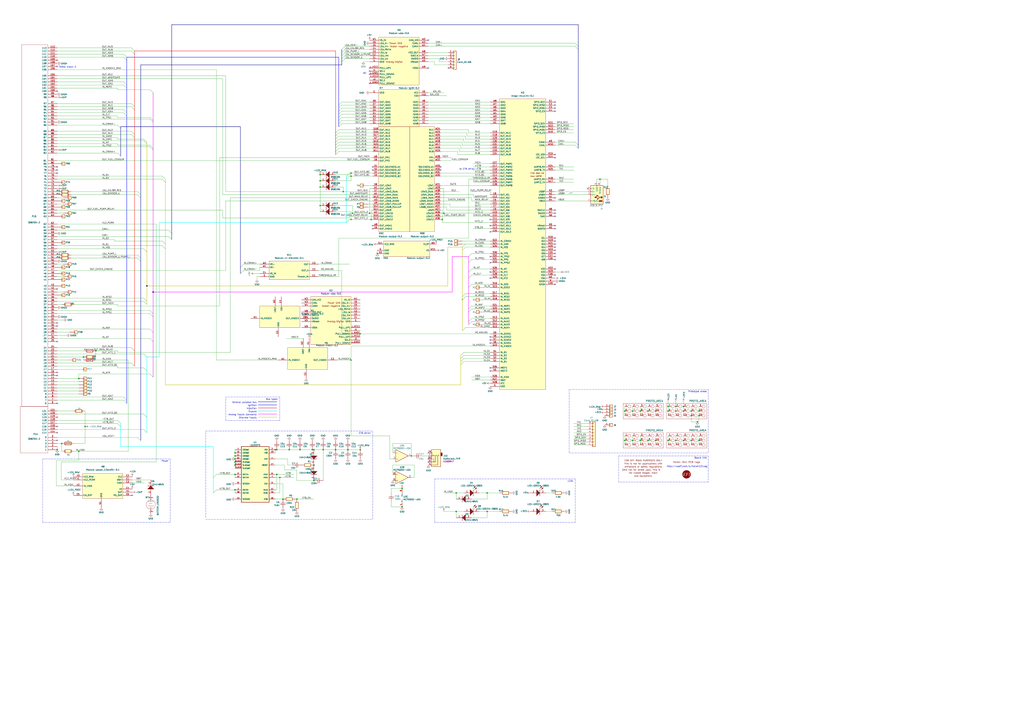
<source format=kicad_sch>
(kicad_sch (version 20231120) (generator "eeschema") (generator_version "8.0")
  (paper "A1")
  (title_block (title "Hellen121vag") (date "2022-10-14") (rev "d") (company "andreika @ rusEFI.com"))
  (junction (at 525.78 337.82) (diameter 1.016))
  (junction (at 262.89 148.59) (diameter 1.016))
  (junction (at 227.33 389.89) (diameter 1.016))
  (junction (at 337.82 374.65) (diameter 1.016))
  (junction (at 513.08 361.95) (diameter 1.016))
  (junction (at 538.48 337.82) (diameter 1.016))
  (junction (at 46.99 369.57) (diameter 1.016))
  (junction (at 243.84 410.21) (diameter 1.016))
  (junction (at 257.81 382.27) (diameter 1.016))
  (junction (at 567.69 361.95) (diameter 1.016))
  (junction (at 227.33 369.57) (diameter 1.016))
  (junction (at 554.99 337.82) (diameter 1.016))
  (junction (at 574.04 341.63) (diameter 1.016))
  (junction (at 257.81 369.57) (diameter 1.016))
  (junction (at 193.04 374.65) (diameter 1.016))
  (junction (at 226.06 369.57) (diameter 1.016))
  (junction (at 262.89 143.51) (diameter 1.016))
  (junction (at 574.04 337.82) (diameter 1.016))
  (junction (at 64.77 311.15) (diameter 1.016))
  (junction (at 567.69 341.63) (diameter 1.016))
  (junction (at 554.99 334.01) (diameter 1.016))
  (junction (at 285.75 369.57) (diameter 1.016))
  (junction (at 288.29 144.78) (diameter 1.016))
  (junction (at 400.05 420.37) (diameter 1.016))
  (junction (at 295.91 369.57) (diameter 1.016))
  (junction (at 561.34 337.82) (diameter 1.016))
  (junction (at 519.43 361.95) (diameter 1.016))
  (junction (at 572.77 346.71) (diameter 1.016))
  (junction (at 548.64 361.95) (diameter 1.016))
  (junction (at 289.56 175.26))
  (junction (at 561.34 361.95) (diameter 1.016))
  (junction (at 374.65 405.13) (diameter 1.016))
  (junction (at 304.8 180.34) (diameter 1.016))
  (junction (at 281.94 157.48) (diameter 1.016))
  (junction (at 492.76 147.32) (diameter 1.016))
  (junction (at 69.85 350.52) (diameter 1.016))
  (junction (at 265.43 369.57) (diameter 1.016))
  (junction (at 288.29 180.34))
  (junction (at 193.04 377.19) (diameter 1.016))
  (junction (at 330.2 416.56) (diameter 1.016))
  (junction (at 548.64 334.01) (diameter 1.016))
  (junction (at 193.04 379.73) (diameter 1.016))
  (junction (at 246.38 369.57) (diameter 1.016))
  (junction (at 554.99 361.95) (diameter 1.016))
  (junction (at 538.48 361.95) (diameter 1.016))
  (junction (at 374.65 420.37) (diameter 1.016))
  (junction (at 288.29 295.91))
  (junction (at 256.54 369.57) (diameter 1.016))
  (junction (at 120.65 234.95) (diameter 1.016))
  (junction (at 513.08 337.82) (diameter 1.016))
  (junction (at 68.58 293.37) (diameter 1.016))
  (junction (at 193.04 402.59) (diameter 1.016))
  (junction (at 363.22 180.34) (diameter 1.016))
  (junction (at 125.73 240.03) (diameter 1.016))
  (junction (at 78.74 288.29) (diameter 1.016))
  (junction (at 525.78 361.95) (diameter 1.016))
  (junction (at 229.87 392.43) (diameter 1.016))
  (junction (at 64.77 370.84) (diameter 1.016))
  (junction (at 309.88 208.28))
  (junction (at 303.53 175.26) (diameter 1.016))
  (junction (at 232.41 410.21) (diameter 1.016))
  (junction (at 275.59 369.57) (diameter 1.016))
  (junction (at 237.49 369.57) (diameter 1.016))
  (junction (at 567.69 337.82) (diameter 1.016))
  (junction (at 193.04 389.89) (diameter 1.016))
  (junction (at 532.13 337.82) (diameter 1.016))
  (junction (at 561.34 334.01) (diameter 1.016))
  (junction (at 288.29 142.24) (diameter 1.016))
  (junction (at 262.89 153.67))
  (junction (at 262.89 168.91))
  (junction (at 257.81 394.97) (diameter 1.016))
  (junction (at 519.43 337.82) (diameter 1.016))
  (junction (at 548.64 337.82) (diameter 1.016))
  (junction (at 532.13 361.95) (diameter 1.016))
  (junction (at 364.49 175.26) (diameter 1.016))
  (junction (at 193.04 372.11) (diameter 1.016))
  (junction (at 193.04 382.27) (diameter 1.016))
  (junction (at 50.8 364.49) (diameter 1.016))
  (junction (at 574.04 361.95) (diameter 1.016))
  (junction (at 295.91 274.32))
  (junction (at 330.2 401.32) (diameter 1.016))
  (junction (at 400.05 405.13) (diameter 1.016))
  (no_connect (at 108.585 407.035))
  (no_connect (at 402.59 228.6))
  (no_connect (at 402.59 281.94))
  (no_connect (at 46.99 342.9))
  (no_connect (at 46.99 350.52))
  (no_connect (at 46.99 355.6))
  (no_connect (at 46.99 361.95))
  (no_connect (at 455.93 226.06))
  (no_connect (at 402.59 276.86))
  (no_connect (at 455.93 187.96))
  (no_connect (at 306.07 185.42))
  (no_connect (at 306.07 187.96))
  (no_connect (at 351.79 55.88))
  (no_connect (at 303.53 60.96))
  (no_connect (at 402.59 215.9))
  (no_connect (at 46.99 49.53))
  (no_connect (at 46.99 74.93))
  (no_connect (at 46.99 137.16))
  (no_connect (at 46.99 139.7))
  (no_connect (at 46.99 142.24))
  (no_connect (at 46.99 237.49))
  (no_connect (at 46.99 265.43))
  (no_connect (at 46.99 267.97))
  (no_connect (at 46.99 280.67))
  (no_connect (at 46.99 306.07))
  (no_connect (at 46.99 308.61))
  (no_connect (at 46.99 331.47))
  (no_connect (at 402.59 302.26))
  (no_connect (at 455.93 200.66))
  (no_connect (at 351.79 372.11))
  (no_connect (at 306.07 137.16))
  (no_connect (at 306.07 139.7))
  (no_connect (at 361.95 137.16))
  (no_connect (at 361.95 139.7))
  (no_connect (at 455.93 203.2))
  (no_connect (at 303.53 55.88))
  (no_connect (at 402.59 223.52))
  (no_connect (at 303.53 58.42))
  (no_connect (at 46.99 54.61))
  (no_connect (at 455.93 185.42))
  (no_connect (at 455.93 195.58))
  (no_connect (at 455.93 233.68))
  (no_connect (at 402.59 190.5))
  (no_connect (at 351.79 33.02))
  (no_connect (at 455.93 162.56))
  (no_connect (at 368.3 55.88))
  (no_connect (at 351.79 379.73))
  (no_connect (at 455.93 83.82))
  (no_connect (at 455.93 86.36))
  (no_connect (at 455.93 88.9))
  (no_connect (at 455.93 91.44))
  (no_connect (at 455.93 175.26))
  (no_connect (at 303.53 68.58))
  (no_connect (at 455.93 205.74))
  (no_connect (at 455.93 208.28))
  (no_connect (at 455.93 210.82))
  (no_connect (at 455.93 213.36))
  (no_connect (at 482.6 154.94))
  (no_connect (at 402.59 304.8))
  (no_connect (at 455.93 220.98))
  (no_connect (at 402.59 180.34))
  (no_connect (at 402.59 185.42))
  (no_connect (at 402.59 279.4))
  (no_connect (at 455.93 198.12))
  (no_connect (at 455.93 172.72))
  (no_connect (at 351.79 377.19))
  (no_connect (at 402.59 210.82))
  (no_connect (at 455.93 177.8))
  (no_connect (at 455.93 129.54))
  (no_connect (at 455.93 127))
  (bus_entry (at 118.11 247.65) (size 2.54 2.54) (stroke (width 0.1524)))
  (bus_entry (at 278.13 116.84) (size -2.54 2.54) (stroke (width 0.1524)))
  (bus_entry (at 113.03 212.09) (size 2.54 2.54) (stroke (width 0.1524)))
  (bus_entry (at 278.13 109.22) (size -2.54 2.54) (stroke (width 0.1524)))
  (bus_entry (at 278.13 124.46) (size -2.54 2.54) (stroke (width 0.1524)))
  (bus_entry (at 472.44 35.56) (size 2.54 2.54) (stroke (width 0.1524)))
  (bus_entry (at 382.27 203.2) (size -2.54 2.54) (stroke (width 0.1524)))
  (bus_entry (at 382.27 269.24) (size -2.54 2.54) (stroke (width 0.1524)))
  (bus_entry (at 107.95 39.37) (size 2.54 2.54) (stroke (width 0.1524)))
  (bus_entry (at 107.95 41.91) (size 2.54 2.54) (stroke (width 0.1524)))
  (bus_entry (at 107.95 85.09) (size 2.54 2.54) (stroke (width 0.1524)))
  (bus_entry (at 107.95 87.63) (size 2.54 2.54) (stroke (width 0.1524)))
  (bus_entry (at 107.95 107.95) (size 2.54 2.54) (stroke (width 0.1524)))
  (bus_entry (at 107.95 110.49) (size 2.54 2.54) (stroke (width 0.1524)))
  (bus_entry (at 107.95 285.75) (size 2.54 2.54) (stroke (width 0.1524)))
  (bus_entry (at 107.95 298.45) (size 2.54 2.54) (stroke (width 0.1524)))
  (bus_entry (at 278.13 114.3) (size -2.54 2.54) (stroke (width 0.1524)))
  (bus_entry (at 382.27 200.66) (size -2.54 2.54) (stroke (width 0.1524)))
  (bus_entry (at 472.44 116.84) (size 2.54 2.54) (stroke (width 0.1524)))
  (bus_entry (at 381 289.56) (size -2.54 2.54) (stroke (width 0.1524)))
  (bus_entry (at 381 292.1) (size -2.54 2.54) (stroke (width 0.1524)))
  (bus_entry (at 381 294.64) (size -2.54 2.54) (stroke (width 0.1524)))
  (bus_entry (at 381 297.18) (size -2.54 2.54) (stroke (width 0.1524)))
  (bus_entry (at 96.52 102.87) (size 2.54 2.54) (stroke (width 0.1524)))
  (bus_entry (at 96.52 125.73) (size 2.54 2.54) (stroke (width 0.1524)))
  (bus_entry (at 200.025 217.17) (size -2.54 2.54) (stroke (width 0.1524)))
  (bus_entry (at 200.025 222.25) (size -2.54 2.54) (stroke (width 0.1524)))
  (bus_entry (at 138.43 189.23) (size 2.54 2.54) (stroke (width 0.1524)))
  (bus_entry (at 138.43 194.31) (size 2.54 2.54) (stroke (width 0.1524)))
  (bus_entry (at 113.03 157.48) (size 2.54 2.54) (stroke (width 0.1524)))
  (bus_entry (at 96.52 345.44) (size 2.54 2.54) (stroke (width 0.1524)))
  (bus_entry (at 96.52 347.98) (size 2.54 2.54) (stroke (width 0.1524)))
  (bus_entry (at 177.8 389.89) (size -2.54 2.54) (stroke (width 0.1524)))
  (bus_entry (at 177.8 402.59) (size -2.54 2.54) (stroke (width 0.1524)))
  (bus_entry (at 101.6 326.39) (size 2.54 2.54) (stroke (width 0.1524)))
  (bus_entry (at 101.6 328.93) (size 2.54 2.54) (stroke (width 0.1524)))
  (bus_entry (at 133.35 144.78) (size 2.54 2.54) (stroke (width 0.1524)))
  (bus_entry (at 133.35 147.32) (size 2.54 2.54) (stroke (width 0.1524)))
  (bus_entry (at 133.35 198.12) (size 2.54 2.54) (stroke (width 0.1524)))
  (bus_entry (at 133.35 201.93) (size 2.54 2.54) (stroke (width 0.1524)))
  (bus_entry (at 118.11 290.83) (size 2.54 2.54) (stroke (width 0.1524)))
  (bus_entry (at 118.11 302.26) (size 2.54 2.54) (stroke (width 0.1524)))
  (bus_entry (at 118.11 340.36) (size 2.54 2.54) (stroke (width 0.1524)))
  (bus_entry (at 118.11 353.06) (size 2.54 2.54) (stroke (width 0.1524)))
  (bus_entry (at 287.02 142.24) (size -2.54 2.54) (stroke (width 0.1524)))
  (bus_entry (at 287.02 144.78) (size -2.54 2.54) (stroke (width 0.1524)))
  (bus_entry (at 287.02 175.26) (size -2.54 2.54) (stroke (width 0.1524)))
  (bus_entry (at 287.02 180.34) (size -2.54 2.54) (stroke (width 0.1524)))
  (bus_entry (at 382.27 241.3) (size -2.54 2.54) (stroke (width 0.1524)))
  (bus_entry (at 280.67 83.82) (size -2.54 2.54) (stroke (width 0.1524)))
  (bus_entry (at 280.67 86.36) (size -2.54 2.54) (stroke (width 0.1524)))
  (bus_entry (at 280.67 88.9) (size -2.54 2.54) (stroke (width 0.1524)))
  (bus_entry (at 280.67 91.44) (size -2.54 2.54) (stroke (width 0.1524)))
  (bus_entry (at 280.67 93.98) (size -2.54 2.54) (stroke (width 0.1524)))
  (bus_entry (at 280.67 96.52) (size -2.54 2.54) (stroke (width 0.1524)))
  (bus_entry (at 280.67 99.06) (size -2.54 2.54) (stroke (width 0.1524)))
  (bus_entry (at 280.67 101.6) (size -2.54 2.54) (stroke (width 0.1524)))
  (bus_entry (at 113.03 359.41) (size 2.54 2.54) (stroke (width 0.1524)))
  (bus_entry (at 382.27 243.84) (size -2.54 2.54) (stroke (width 0.1524)))
  (bus_entry (at 118.11 245.11) (size 2.54 2.54) (stroke (width 0.1524)))
  (bus_entry (at 278.13 119.38) (size -2.54 2.54) (stroke (width 0.1524)))
  (bus_entry (at 278.13 106.68) (size -2.54 2.54) (stroke (width 0.1524)))
  (bus_entry (at 123.19 307.34) (size 2.54 2.54) (stroke (width 0.1524)))
  (bus_entry (at 278.13 111.76) (size -2.54 2.54) (stroke (width 0.1524)))
  (bus_entry (at 101.6 44.45) (size 2.54 2.54) (stroke (width 0.1524)))
  (bus_entry (at 101.6 46.99) (size 2.54 2.54) (stroke (width 0.1524)))
  (bus_entry (at 101.6 67.31) (size 2.54 2.54) (stroke (width 0.1524)))
  (bus_entry (at 101.6 69.85) (size 2.54 2.54) (stroke (width 0.1524)))
  (bus_entry (at 101.6 90.17) (size 2.54 2.54) (stroke (width 0.1524)))
  (bus_entry (at 101.6 92.71) (size 2.54 2.54) (stroke (width 0.1524)))
  (bus_entry (at 472.44 119.38) (size 2.54 2.54) (stroke (width 0.1524)))
  (bus_entry (at 283.21 38.1) (size -2.54 2.54) (stroke (width 0.1524)))
  (bus_entry (at 283.21 40.64) (size -2.54 2.54) (stroke (width 0.1524)))
  (bus_entry (at 283.21 43.18) (size -2.54 2.54) (stroke (width 0.1524)))
  (bus_entry (at 283.21 45.72) (size -2.54 2.54) (stroke (width 0.1524)))
  (bus_entry (at 283.21 48.26) (size -2.54 2.54) (stroke (width 0.1524)))
  (bus_entry (at 123.19 278.13) (size 2.54 2.54) (stroke (width 0.1524)))
  (bus_entry (at 278.13 121.92) (size -2.54 2.54) (stroke (width 0.1524)))
  (bus_entry (at 118.11 114.3) (size 2.54 2.54) (stroke (width 0.1524)))
  (bus_entry (at 118.11 115.57) (size 2.54 2.54) (stroke (width 0.1524)))
  (bus_entry (at 118.11 204.47) (size 2.54 2.54) (stroke (width 0.1524)))
  (bus_entry (at 113.03 209.55) (size 2.54 2.54) (stroke (width 0.1524)))
  (bus_entry (at 123.19 73.66) (size 2.54 2.54) (stroke (width 0.1524)))
  (bus_entry (at 123.19 96.52) (size 2.54 2.54) (stroke (width 0.1524)))
  (bus_entry (at 123.19 97.79) (size 2.54 2.54) (stroke (width 0.1524)))
  (bus_entry (at 123.19 119.38) (size 2.54 2.54) (stroke (width 0.1524)))
  (bus_entry (at 123.19 120.65) (size 2.54 2.54) (stroke (width 0.1524)))
  (bus_entry (at 123.19 255.27) (size 2.54 2.54) (stroke (width 0.1524)))
  (bus_entry (at 123.19 257.81) (size 2.54 2.54) (stroke (width 0.1524)))
  (bus_entry (at 123.19 270.51) (size 2.54 2.54) (stroke (width 0.1524)))
  (bus_entry (at 387.35 208.28) (size -2.54 2.54) (stroke (width 0.1524)))
  (bus_entry (at 387.35 213.36) (size -2.54 2.54) (stroke (width 0.1524)))
  (bus_entry (at 387.35 220.98) (size -2.54 2.54) (stroke (width 0.1524)))
  (bus_entry (at 387.35 226.06) (size -2.54 2.54) (stroke (width 0.1524)))
  (bus_entry (at 387.35 233.68) (size -2.54 2.54) (stroke (width 0.1524)))
  (bus_entry (at 387.35 251.46) (size -2.54 2.54) (stroke (width 0.1524)))
  (bus_entry (at 387.35 254) (size -2.54 2.54) (stroke (width 0.1524)))
  (bus_entry (at 387.35 261.62) (size -2.54 2.54) (stroke (width 0.1524)))
  (bus_entry (at 387.35 264.16) (size -2.54 2.54) (stroke (width 0.1524)))
  (bus_entry (at 472.44 38.1) (size 2.54 2.54) (stroke (width 0.1524)))
  (bus_entry (at 113.03 160.02) (size 2.54 2.54) (stroke (width 0.1524)))
  (wire (pts (xy 471.17 358.14) (xy 482.6 358.14)))
  (wire (pts (xy 306.07 167.64) (xy 302.26 167.64)))
  (bus (pts (xy 378.46 299.72) (xy 378.46 306.07)) (stroke (width 0) (color 194 194 0 1)))
  (wire (pts (xy 46.99 204.47) (xy 118.11 204.47)))
  (wire (pts (xy 389.89 167.64) (xy 402.59 167.64)))
  (bus (pts (xy 125.73 257.81) (xy 125.73 260.35)) (stroke (width 0.3048) (color 255 0 255 1)))
  (wire (pts (xy 519.43 358.14) (xy 519.43 361.95)))
  (bus (pts (xy 120.65 247.65) (xy 120.65 250.19)) (stroke (width 0.3048) (color 194 194 0 1)))
  (wire (pts (xy 538.48 334.01) (xy 538.48 337.82)))
  (wire (pts (xy 236.22 377.19) (xy 226.06 377.19)))
  (wire (pts (xy 236.22 382.27) (xy 236.22 377.19)))
  (wire (pts (xy 240.03 382.27) (xy 236.22 382.27)))
  (bus (pts (xy 278.13 91.44) (xy 278.13 93.98)) (stroke (width 0.3048) (color 0 0 255 1)))
  (wire (pts (xy 96.52 118.11) (xy 96.52 119.38)))
  (wire (pts (xy 96.52 119.38) (xy 123.19 119.38)))
  (polyline (pts (xy 139.7 377.19) (xy 34.925 377.19)) (stroke (width 0) (type dash)))
  (wire (pts (xy 226.06 410.21) (xy 232.41 410.21)))
  (wire (pts (xy 232.41 397.51) (xy 226.06 397.51)))
  (wire (pts (xy 232.41 410.21) (xy 232.41 397.51)))
  (wire (pts (xy 46.99 62.23) (xy 185.42 62.23)))
  (bus (pts (xy 371.475 240.03) (xy 371.475 210.82)) (stroke (width 0) (color 255 0 255 1)))
  (wire (pts (xy 46.99 113.03) (xy 96.52 113.03)))
  (wire (pts (xy 46.99 278.13) (xy 123.19 278.13)))
  (wire (pts (xy 561.34 358.14) (xy 561.34 361.95)))
  (wire (pts (xy 48.26 160.02) (xy 46.99 160.02)))
  (wire (pts (xy 288.29 180.34) (xy 287.02 180.34)))
  (wire (pts (xy 304.8 180.34) (xy 288.29 180.34)))
  (wire (pts (xy 306.07 180.34) (xy 304.8 180.34)))
  (wire (pts (xy 387.35 309.88) (xy 402.59 309.88)))
  (bus (pts (xy 110.49 87.63) (xy 110.49 90.17)) (stroke (width 0.3048) (color 255 0 0 1)))
  (wire (pts (xy 361.95 170.18) (xy 367.03 170.18)))
  (bus (pts (xy 227.33 342.9) (xy 212.09 342.9)) (stroke (width 0.3048) (color 194 194 0 1)))
  (bus (pts (xy 125.73 240.03) (xy 288.29 240.03)) (stroke (width 0.3048) (color 255 0 255 1)))
  (wire (pts (xy 382.27 165.1) (xy 361.95 165.1)))
  (wire (pts (xy 52.07 262.89) (xy 46.99 262.89)))
  (wire (pts (xy 548.64 358.14) (xy 548.64 361.95)))
  (bus (pts (xy 378.46 292.1) (xy 378.46 294.64)) (stroke (width 0) (color 194 194 0 1)))
  (wire (pts (xy 46.99 46.99) (xy 101.6 46.99)))
  (bus (pts (xy 115.57 214.63) (xy 115.57 361.95)))
  (wire (pts (xy 64.77 323.85) (xy 46.99 323.85)))
  (wire (pts (xy 288.29 144.78) (xy 287.02 144.78)))
  (wire (pts (xy 306.07 144.78) (xy 288.29 144.78)))
  (wire (pts (xy 538.48 361.95) (xy 538.48 365.76)))
  (bus (pts (xy 104.14 72.39) (xy 104.14 92.71)) (stroke (width 0.3048) (color 0 0 255 1)))
  (wire (pts (xy 361.95 124.46) (xy 375.92 124.46)))
  (wire (pts (xy 46.99 64.77) (xy 182.88 64.77)))
  (bus (pts (xy 474.98 40.64) (xy 474.98 119.38)))
  (wire (pts (xy 280.67 83.82) (xy 303.53 83.82)))
  (wire (pts (xy 513.08 334.01) (xy 513.08 337.82)))
  (wire (pts (xy 96.52 113.03) (xy 96.52 114.3)))
  (wire (pts (xy 96.52 114.3) (xy 118.11 114.3)))
  (wire (pts (xy 58.42 212.09) (xy 113.03 212.09)))
  (wire (pts (xy 46.99 311.15) (xy 64.77 311.15)))
  (bus (pts (xy 378.46 294.64) (xy 378.46 297.18)) (stroke (width 0) (color 194 194 0 1)))
  (wire (pts (xy 46.99 90.17) (xy 101.6 90.17)))
  (wire (pts (xy 46.355 378.46) (xy 64.77 378.46)))
  (wire (pts (xy 46.99 326.39) (xy 101.6 326.39)))
  (bus (pts (xy 379.73 205.74) (xy 379.73 243.84)) (stroke (width 0) (color 194 194 0 1)))
  (wire (pts (xy 363.22 182.88) (xy 402.59 182.88)))
  (wire (pts (xy 46.99 115.57) (xy 118.11 115.57)))
  (wire (pts (xy 96.52 300.99) (xy 96.52 302.26)))
  (wire (pts (xy 96.52 302.26) (xy 118.11 302.26)))
  (bus (pts (xy 227.33 337.82) (xy 212.09 337.82)) (stroke (width 0.3048) (color 0 255 255 1)))
  (wire (pts (xy 46.99 41.91) (xy 107.95 41.91)))
  (bus (pts (xy 278.13 101.6) (xy 278.13 104.14)) (stroke (width 0.3048) (color 0 0 255 1)))
  (wire (pts (xy 554.99 361.95) (xy 554.99 365.76)))
  (wire (pts (xy 574.04 361.95) (xy 574.04 365.76)))
  (wire (pts (xy 46.99 144.78) (xy 133.35 144.78)))
  (wire (pts (xy 46.355 399.415) (xy 60.325 399.415)))
  (wire (pts (xy 46.99 345.44) (xy 96.52 345.44)))
  (wire (pts (xy 351.79 76.2) (xy 364.49 76.2)))
  (wire (pts (xy 280.67 274.32) (xy 295.91 274.32)))
  (wire (pts (xy 388.62 149.86) (xy 402.59 149.86)))
  (wire (pts (xy 455.93 101.6) (xy 471.17 101.6)))
  (wire (pts (xy 227.33 369.57) (xy 226.06 369.57)))
  (wire (pts (xy 237.49 369.57) (xy 227.33 369.57)))
  (wire (pts (xy 246.38 369.57) (xy 237.49 369.57)))
  (wire (pts (xy 256.54 369.57) (xy 246.38 369.57)))
  (wire (pts (xy 257.81 369.57) (xy 256.54 369.57)))
  (wire (pts (xy 351.79 38.1) (xy 472.44 38.1)))
  (wire (pts (xy 346.71 374.65) (xy 351.79 374.65)))
  (bus (pts (xy 379.73 203.2) (xy 379.73 205.74)) (stroke (width 0) (color 194 194 0 1)))
  (wire (pts (xy 459.74 223.52) (xy 455.93 223.52)))
  (wire (pts (xy 387.35 425.45) (xy 400.05 425.45)))
  (bus (pts (xy 110.49 44.45) (xy 110.49 87.63)) (stroke (width 0.3048) (color 255 0 0 1)))
  (wire (pts (xy 68.58 295.91) (xy 68.58 293.37)))
  (bus (pts (xy 384.81 215.9) (xy 384.81 223.52)) (stroke (width 0) (color 255 0 255 1)))
  (wire (pts (xy 46.99 102.87) (xy 96.52 102.87)))
  (bus (pts (xy 384.81 236.22) (xy 384.81 254)) (stroke (width 0) (color 255 0 255 1)))
  (wire (pts (xy 278.13 116.84) (xy 306.07 116.84)))
  (wire (pts (xy 46.99 369.57) (xy 46.99 367.03)))
  (wire (pts (xy 96.52 251.46) (xy 96.52 250.19)))
  (wire (pts (xy 180.34 129.54) (xy 180.34 251.46)))
  (wire (pts (xy 180.34 129.54) (xy 306.07 129.54)))
  (wire (pts (xy 180.34 251.46) (xy 96.52 251.46)))
  (wire (pts (xy 532.13 358.14) (xy 532.13 361.95)))
  (wire (pts (xy 356.87 50.8) (xy 356.87 53.34)))
  (wire (pts (xy 356.87 53.34) (xy 368.3 53.34)))
  (wire (pts (xy 567.69 346.71) (xy 567.69 341.63)))
  (wire (pts (xy 572.77 346.71) (xy 567.69 346.71)))
  (wire (pts (xy 397.51 266.7) (xy 402.59 266.7)))
  (wire (pts (xy 513.08 337.82) (xy 513.08 341.63)))
  (wire (pts (xy 337.82 374.65) (xy 337.82 364.49)))
  (bus (pts (xy 125.73 123.19) (xy 125.73 240.03)) (stroke (width 0.3048) (color 255 0 255 1)))
  (bus (pts (xy 275.59 109.22) (xy 275.59 111.76)) (stroke (width 0.3048) (color 255 0 0 1)))
  (wire (pts (xy 538.48 337.82) (xy 538.48 341.63)))
  (bus (pts (xy 175.26 392.43) (xy 175.26 405.13)) (stroke (width 0.3048) (color 0 255 255 1)))
  (wire (pts (xy 64.77 303.53) (xy 46.99 303.53)))
  (bus (pts (xy 125.73 240.03) (xy 125.73 257.81)) (stroke (width 0.3048) (color 255 0 255 1)))
  (wire (pts (xy 397.51 236.22) (xy 402.59 236.22)))
  (wire (pts (xy 295.91 274.32) (xy 402.59 274.32)))
  (wire (pts (xy 379.73 198.12) (xy 402.59 198.12)))
  (wire (pts (xy 381 289.56) (xy 402.59 289.56)))
  (wire (pts (xy 402.59 261.62) (xy 387.35 261.62)))
  (wire (pts (xy 381 294.64) (xy 402.59 294.64)))
  (wire (pts (xy 211.074 227.33) (xy 211.074 229.87)))
  (wire (pts (xy 213.36 227.33) (xy 211.074 227.33)))
  (polyline (pts (xy 139.7 429.26) (xy 139.7 377.19)) (stroke (width 0) (type dash)))
  (wire (pts (xy 397.51 256.54) (xy 402.59 256.54)))
  (wire (pts (xy 108.585 396.875) (xy 118.745 396.875)))
  (bus (pts (xy 474.98 119.38) (xy 474.98 121.92)))
  (wire (pts (xy 400.05 405.13) (xy 410.21 405.13)))
  (wire (pts (xy 330.2 416.56) (xy 321.31 416.56)))
  (bus (pts (xy 104.14 49.53) (xy 104.14 69.85)) (stroke (width 0.3048) (color 0 0 255 1)))
  (wire (pts (xy 288.29 284.48) (xy 288.29 295.91)))
  (wire (pts (xy 320.04 358.14) (xy 288.29 358.14)))
  (wire (pts (xy 382.27 111.76) (xy 382.27 114.3)))
  (wire (pts (xy 382.27 114.3) (xy 402.59 114.3)))
  (wire (pts (xy 46.99 300.99) (xy 96.52 300.99)))
  (wire (pts (xy 351.79 35.56) (xy 472.44 35.56)))
  (wire (pts (xy 200.025 222.25) (xy 213.36 222.25)))
  (wire (pts (xy 387.35 233.68) (xy 402.59 233.68)))
  (wire (pts (xy 303.53 154.94) (xy 306.07 154.94)))
  (wire (pts (xy 384.81 147.32) (xy 402.59 147.32)))
  (polyline (pts (xy 508 396.24) (xy 508 374.65)) (stroke (width 0) (type dash)))
  (wire (pts (xy 200.025 217.17) (xy 213.36 217.17)))
  (wire (pts (xy 322.58 389.89) (xy 322.58 382.27)))
  (wire (pts (xy 52.07 240.03) (xy 46.99 240.03)))
  (wire (pts (xy 471.17 106.68) (xy 455.93 106.68)))
  (wire (pts (xy 48.26 212.09) (xy 46.99 212.09)))
  (wire (pts (xy 229.87 392.43) (xy 226.06 392.43)))
  (wire (pts (xy 241.3 392.43) (xy 229.87 392.43)))
  (bus (pts (xy 125.73 76.2) (xy 125.73 99.06)) (stroke (width 0.3048) (color 255 0 255 1)))
  (polyline (pts (xy 34.925 377.19) (xy 34.925 429.26)) (stroke (width 0) (type dash)))
  (wire (pts (xy 193.04 402.59) (xy 193.04 405.13)))
  (wire (pts (xy 306.07 177.8) (xy 287.02 177.8)))
  (wire (pts (xy 55.88 295.91) (xy 46.99 295.91)))
  (wire (pts (xy 193.04 402.59) (xy 177.8 402.59)))
  (wire (pts (xy 193.04 369.57) (xy 193.04 372.11)))
  (wire (pts (xy 193.04 372.11) (xy 193.04 374.65)))
  (wire (pts (xy 193.04 374.65) (xy 193.04 377.19)))
  (wire (pts (xy 193.04 382.27) (xy 193.04 384.81)))
  (wire (pts (xy 361.95 144.78) (xy 402.59 144.78)))
  (wire (pts (xy 304.8 180.34) (xy 304.8 172.72)))
  (wire (pts (xy 382.27 177.8) (xy 361.95 177.8)))
  (bus (pts (xy 378.46 297.18) (xy 378.46 299.72)) (stroke (width 0) (color 194 194 0 1)))
  (wire (pts (xy 54.61 275.59) (xy 46.99 275.59)))
  (wire (pts (xy 402.59 254) (xy 387.35 254)))
  (wire (pts (xy 382.27 243.84) (xy 402.59 243.84)))
  (wire (pts (xy 261.62 217.17) (xy 287.02 217.17)))
  (wire (pts (xy 52.07 227.33) (xy 46.99 227.33)))
  (wire (pts (xy 402.59 264.16) (xy 387.35 264.16)))
  (wire (pts (xy 209.042 224.79) (xy 213.36 224.79)))
  (wire (pts (xy 351.79 101.6) (xy 402.59 101.6)))
  (wire (pts (xy 46.99 340.36) (xy 118.11 340.36)))
  (wire (pts (xy 182.88 160.02) (xy 306.07 160.02)))
  (wire (pts (xy 448.31 420.37) (xy 453.39 420.37)))
  (wire (pts (xy 455.93 104.14) (xy 471.17 104.14)))
  (wire (pts (xy 525.78 358.14) (xy 525.78 361.95)))
  (wire (pts (xy 525.78 334.01) (xy 525.78 337.82)))
  (wire (pts (xy 361.95 109.22) (xy 383.54 109.22)))
  (wire (pts (xy 46.99 189.23) (xy 138.43 189.23)))
  (wire (pts (xy 561.34 361.95) (xy 561.34 365.76)))
  (wire (pts (xy 402.59 162.56) (xy 389.255 162.56)))
  (wire (pts (xy 185.42 165.1) (xy 185.42 222.25)))
  (wire (pts (xy 185.42 165.1) (xy 306.07 165.1)))
  (wire (pts (xy 378.46 119.38) (xy 378.46 121.92)))
  (wire (pts (xy 378.46 121.92) (xy 402.59 121.92)))
  (wire (pts (xy 525.78 361.95) (xy 525.78 365.76)))
  (wire (pts (xy 261.62 227.33) (xy 278.13 227.33)))
  (wire (pts (xy 278.13 195.834) (xy 384.81 195.834)))
  (wire (pts (xy 278.13 227.33) (xy 278.13 195.834)))
  (wire (pts (xy 384.81 147.32) (xy 384.81 195.834)))
  (wire (pts (xy 561.34 330.2) (xy 561.34 334.01)))
  (wire (pts (xy 377.19 124.46) (xy 377.19 121.92)))
  (wire (pts (xy 402.59 124.46) (xy 377.19 124.46)))
  (wire (pts (xy 402.59 170.18) (xy 369.57 170.18)))
  (wire (pts (xy 278.13 109.22) (xy 306.07 109.22)))
  (bus (pts (xy 384.81 228.6) (xy 384.81 236.22)) (stroke (width 0) (color 255 0 255 1)))
  (bus (pts (xy 104.14 69.85) (xy 104.14 72.39)) (stroke (width 0.3048) (color 0 0 255 1)))
  (wire (pts (xy 364.49 154.94) (xy 364.49 175.26)))
  (wire (pts (xy 513.08 358.14) (xy 513.08 361.95)))
  (wire (pts (xy 52.07 175.26) (xy 46.99 175.26)))
  (wire (pts (xy 361.95 162.56) (xy 387.35 162.56)))
  (bus (pts (xy 278.13 93.98) (xy 278.13 96.52)) (stroke (width 0.3048) (color 0 0 255 1)))
  (wire (pts (xy 400.05 420.37) (xy 410.21 420.37)))
  (wire (pts (xy 243.84 410.21) (xy 242.57 410.21)))
  (wire (pts (xy 257.81 410.21) (xy 243.84 410.21)))
  (wire (pts (xy 306.07 152.4) (xy 302.26 152.4)))
  (wire (pts (xy 381 116.84) (xy 381 114.3)))
  (wire (pts (xy 402.59 116.84) (xy 381 116.84)))
  (wire (pts (xy 46.99 196.85) (xy 93.98 196.85)))
  (wire (pts (xy 93.98 196.85) (xy 93.98 198.12)))
  (wire (pts (xy 93.98 198.12) (xy 133.35 198.12)))
  (wire (pts (xy 455.93 119.38) (xy 472.44 119.38)))
  (wire (pts (xy 525.78 337.82) (xy 525.78 341.63)))
  (wire (pts (xy 68.58 288.29) (xy 46.99 288.29)))
  (wire (pts (xy 64.77 370.84) (xy 60.96 370.84)))
  (wire (pts (xy 379.73 116.84) (xy 379.73 119.38)))
  (wire (pts (xy 379.73 119.38) (xy 402.59 119.38)))
  (bus (pts (xy 99.06 350.52) (xy 99.06 367.03)) (stroke (width 0.3048) (color 0 255 255 1)))
  (wire (pts (xy 46.99 67.31) (xy 101.6 67.31)))
  (wire (pts (xy 309.88 205.74) (xy 309.88 208.28)))
  (wire (pts (xy 283.21 40.64) (xy 303.53 40.64)))
  (bus (pts (xy 227.33 332.74) (xy 212.09 332.74)) (stroke (width 0.3048) (color 0 0 255 1)))
  (wire (pts (xy 471.17 347.98) (xy 482.6 347.98)))
  (bus (pts (xy 379.73 243.84) (xy 379.73 246.38)) (stroke (width 0.3048) (color 194 194 0 1)))
  (bus (pts (xy 115.57 160.02) (xy 115.57 162.56)))
  (wire (pts (xy 46.99 147.32) (xy 133.35 147.32)))
  (wire (pts (xy 377.19 157.48) (xy 361.95 157.48)))
  (wire (pts (xy 46.99 120.65) (xy 123.19 120.65)))
  (wire (pts (xy 351.79 48.26) (xy 360.68 48.26)))
  (wire (pts (xy 360.68 48.26) (xy 360.68 50.8)))
  (wire (pts (xy 360.68 50.8) (xy 368.3 50.8)))
  (wire (pts (xy 351.79 83.82) (xy 402.59 83.82)))
  (bus (pts (xy 227.33 330.2) (xy 212.09 330.2)))
  (wire (pts (xy 288.29 284.48) (xy 402.59 284.48)))
  (wire (pts (xy 455.93 139.7) (xy 471.17 139.7)))
  (wire (pts (xy 46.355 378.46) (xy 46.355 399.415)))
  (bus (pts (xy 378.46 306.07) (xy 378.46 316.23)) (stroke (width 0.3048) (color 194 194 0 1)))
  (wire (pts (xy 275.59 369.57) (xy 285.75 369.57)))
  (wire (pts (xy 285.75 369.57) (xy 295.91 369.57)))
  (wire (pts (xy 388.62 137.16) (xy 402.59 137.16)))
  (bus (pts (xy 284.48 147.32) (xy 284.48 177.8)) (stroke (width 0.3048) (color 0 255 255 1)))
  (wire (pts (xy 364.49 405.13) (xy 374.65 405.13)))
  (wire (pts (xy 60.96 364.49) (xy 69.85 364.49)))
  (wire (pts (xy 69.85 350.52) (xy 69.85 337.82)))
  (wire (pts (xy 69.85 364.49) (xy 69.85 350.52)))
  (wire (pts (xy 567.69 361.95) (xy 567.69 365.76)))
  (bus (pts (xy 384.81 254) (xy 384.81 256.54)) (stroke (width 0.3048) (color 255 0 255 1)))
  (wire (pts (xy 46.99 110.49) (xy 107.95 110.49)))
  (bus (pts (xy 227.33 340.36) (xy 212.09 340.36)) (stroke (width 0.3048) (color 255 0 255 1)))
  (bus (pts (xy 367.665 203.2) (xy 379.73 203.2)) (stroke (width 0) (color 194 194 0 1)))
  (wire (pts (xy 60.96 250.19) (xy 96.52 250.19)))
  (wire (pts (xy 386.08 157.48) (xy 402.59 157.48)))
  (wire (pts (xy 280.67 96.52) (xy 303.53 96.52)))
  (wire (pts (xy 321.31 416.56) (xy 321.31 412.75)))
  (wire (pts (xy 280.67 99.06) (xy 303.53 99.06)))
  (wire (pts (xy 185.42 157.48) (xy 185.42 62.23)))
  (wire (pts (xy 185.42 157.48) (xy 281.94 157.48)))
  (wire (pts (xy 281.94 157.48) (xy 306.07 157.48)))
  (polyline (pts (xy 185.42 345.44) (xy 185.42 326.39)) (stroke (width 0) (type dash)))
  (wire (pts (xy 50.165 394.335) (xy 60.325 394.335)))
  (wire (pts (xy 361.95 142.24) (xy 402.59 142.24)))
  (wire (pts (xy 381 420.37) (xy 374.65 420.37)))
  (wire (pts (xy 46.99 347.98) (xy 96.52 347.98)))
  (wire (pts (xy 455.93 137.16) (xy 471.17 137.16)))
  (wire (pts (xy 361.95 180.34) (xy 363.22 180.34)))
  (wire (pts (xy 351.79 96.52) (xy 402.59 96.52)))
  (wire (pts (xy 46.99 270.51) (xy 123.19 270.51)))
  (bus (pts (xy 275.59 121.92) (xy 275.59 124.46)) (stroke (width 0.3048) (color 255 0 0 1)))
  (wire (pts (xy 389.255 162.56) (xy 389.255 160.02)))
  (bus (pts (xy 384.81 210.82) (xy 384.81 215.9)) (stroke (width 0) (color 255 0 255 1)))
  (wire (pts (xy 48.26 209.55) (xy 46.99 209.55)))
  (wire (pts (xy 379.73 200.66) (xy 382.27 200.66)))
  (wire (pts (xy 46.99 328.93) (xy 101.6 328.93)))
  (polyline (pts (xy 581.66 374.65) (xy 581.66 396.24)) (stroke (width 0) (type dash)))
  (wire (pts (xy 283.21 45.72) (xy 303.53 45.72)))
  (bus (pts (xy 288.29 240.03) (xy 371.475 240.03)) (stroke (width 0) (color 255 0 255 1)))
  (wire (pts (xy 234.95 278.13) (xy 248.92 278.13)))
  (wire (pts (xy 46.99 57.15) (xy 177.8 57.15)))
  (wire (pts (xy 177.8 295.91) (xy 177.8 57.15)))
  (wire (pts (xy 177.8 295.91) (xy 228.6 295.91)))
  (wire (pts (xy 532.13 337.82) (xy 532.13 341.63)))
  (wire (pts (xy 397.51 246.38) (xy 402.59 246.38)))
  (wire (pts (xy 226.06 372.11) (xy 226.06 369.57)))
  (wire (pts (xy 265.43 369.57) (xy 257.81 369.57)))
  (wire (pts (xy 265.43 369.57) (xy 275.59 369.57)))
  (wire (pts (xy 361.95 129.54) (xy 370.84 129.54)))
  (wire (pts (xy 382.27 203.2) (xy 402.59 203.2)))
  (wire (pts (xy 226.06 402.59) (xy 227.33 402.59)))
  (wire (pts (xy 227.33 402.59) (xy 227.33 389.89)))
  (bus (pts (xy 140.97 20.32) (xy 140.97 191.77)))
  (bus (pts (xy 140.97 20.32) (xy 474.98 20.32)))
  (wire (pts (xy 383.54 111.76) (xy 383.54 109.22)))
  (wire (pts (xy 402.59 111.76) (xy 383.54 111.76)))
  (wire (pts (xy 50.8 250.19) (xy 46.99 250.19)))
  (wire (pts (xy 351.79 88.9) (xy 402.59 88.9)))
  (wire (pts (xy 567.69 334.01) (xy 567.69 337.82)))
  (wire (pts (xy 567.69 337.82) (xy 567.69 341.63)))
  (bus (pts (xy 280.67 50.8) (xy 280.67 53.34)))
  (wire (pts (xy 193.04 389.89) (xy 193.04 392.43)))
  (wire (pts (xy 306.07 170.18) (xy 302.26 170.18)))
  (polyline (pts (xy 356.87 393.7) (xy 472.44 393.7)) (stroke (width 0) (type dash)))
  (polyline (pts (xy 356.87 429.26) (xy 356.87 393.7)) (stroke (width 0) (type dash)))
  (polyline (pts (xy 356.87 429.26) (xy 472.44 429.26)) (stroke (width 0) (type dash)))
  (polyline (pts (xy 472.44 393.7) (xy 472.44 429.26)) (stroke (width 0) (type dash)))
  (wire (pts (xy 193.04 389.89) (xy 177.8 389.89)))
  (wire (pts (xy 46.99 194.31) (xy 138.43 194.31)))
  (wire (pts (xy 351.79 99.06) (xy 402.59 99.06)))
  (wire (pts (xy 561.34 334.01) (xy 561.34 337.82)))
  (wire (pts (xy 561.34 337.82) (xy 561.34 341.63)))
  (wire (pts (xy 52.07 167.64) (xy 46.99 167.64)))
  (bus (pts (xy 125.73 260.35) (xy 125.73 273.05)) (stroke (width 0.3048) (color 255 0 255 1)))
  (wire (pts (xy 278.13 121.92) (xy 306.07 121.92)))
  (wire (pts (xy 361.95 172.72) (xy 363.22 172.72)))
  (wire (pts (xy 363.22 172.72) (xy 363.22 180.34)))
  (polyline (pts (xy 581.66 320.04) (xy 581.66 372.11)) (stroke (width 0) (type dash)))
  (wire (pts (xy 46.99 290.83) (xy 118.11 290.83)))
  (wire (pts (xy 213.36 219.71) (xy 213.36 222.25)))
  (wire (pts (xy 108.585 394.335) (xy 123.825 394.335)))
  (bus (pts (xy 125.73 100.33) (xy 125.73 121.92)) (stroke (width 0.3048) (color 255 0 255 1)))
  (wire (pts (xy 519.43 337.82) (xy 519.43 341.63)))
  (wire (pts (xy 278.13 111.76) (xy 306.07 111.76)))
  (wire (pts (xy 265.43 369.57) (xy 265.43 394.97)))
  (wire (pts (xy 46.99 107.95) (xy 107.95 107.95)))
  (wire (pts (xy 387.35 208.28) (xy 402.59 208.28)))
  (wire (pts (xy 361.95 152.4) (xy 402.59 152.4)))
  (wire (pts (xy 64.77 321.31) (xy 46.99 321.31)))
  (wire (pts (xy 46.99 257.81) (xy 123.19 257.81)))
  (wire (pts (xy 548.64 334.01) (xy 548.64 337.82)))
  (wire (pts (xy 548.64 337.82) (xy 548.64 341.63)))
  (polyline (pts (xy 467.36 320.04) (xy 467.36 372.11)) (stroke (width 0) (type dash)))
  (polyline (pts (xy 467.36 372.11) (xy 581.66 372.11)) (stroke (width 0) (type dash)))
  (wire (pts (xy 46.99 92.71) (xy 101.6 92.71)))
  (wire (pts (xy 471.17 350.52) (xy 482.6 350.52)))
  (wire (pts (xy 400.05 420.37) (xy 393.7 420.37)))
  (wire (pts (xy 226.06 405.13) (xy 229.87 405.13)))
  (wire (pts (xy 229.87 405.13) (xy 229.87 392.43)))
  (bus (pts (xy 120.65 116.84) (xy 120.65 118.11)) (stroke (width 0.3048) (color 194 194 0 1)))
  (bus (pts (xy 120.65 234.95) (xy 120.65 247.65)) (stroke (width 0.3048) (color 194 194 0 1)))
  (wire (pts (xy 455.93 160.02) (xy 467.36 160.02)))
  (wire (pts (xy 467.36 158.75) (xy 469.9 158.75)))
  (wire (pts (xy 467.36 160.02) (xy 467.36 158.75)))
  (wire (pts (xy 469.9 157.48) (xy 482.6 157.48)))
  (wire (pts (xy 469.9 158.75) (xy 469.9 157.48)))
  (bus (pts (xy 280.67 45.72) (xy 280.67 48.26)))
  (wire (pts (xy 538.48 358.14) (xy 538.48 361.95)))
  (bus (pts (xy 384.81 256.54) (xy 384.81 264.16)) (stroke (width 0) (color 255 0 255 1)))
  (bus (pts (xy 110.49 288.29) (xy 110.49 300.99)) (stroke (width 0.3048) (color 255 0 0 1)))
  (wire (pts (xy 400.05 410.21) (xy 400.05 405.13)))
  (bus (pts (xy 379.73 246.38) (xy 379.73 271.78)) (stroke (width 0) (color 194 194 0 1)))
  (wire (pts (xy 455.93 165.1) (xy 482.6 165.1)))
  (wire (pts (xy 52.07 162.56) (xy 46.99 162.56)))
  (wire (pts (xy 388.62 177.8) (xy 402.59 177.8)))
  (bus (pts (xy 367.665 203.2) (xy 367.665 234.95)) (stroke (width 0) (color 194 194 0 1)))
  (bus (pts (xy 115.57 53.34) (xy 115.57 160.02)))
  (bus (pts (xy 280.67 40.64) (xy 280.67 43.18)))
  (wire (pts (xy 351.79 78.74) (xy 367.03 78.74)))
  (bus (pts (xy 99.06 105.41) (xy 99.06 128.27)))
  (bus (pts (xy 125.73 273.05) (xy 125.73 280.67)) (stroke (width 0.3048) (color 255 0 255 1)))
  (wire (pts (xy 46.99 298.45) (xy 107.95 298.45)))
  (wire (pts (xy 78.74 288.29) (xy 96.52 288.29)))
  (wire (pts (xy 448.31 405.13) (xy 453.39 405.13)))
  (bus (pts (xy 275.59 114.3) (xy 275.59 116.84)) (stroke (width 0.3048) (color 255 0 0 1)))
  (bus (pts (xy 197.485 219.71) (xy 197.485 224.79)))
  (wire (pts (xy 189.23 162.56) (xy 306.07 162.56)))
  (wire (pts (xy 455.93 109.22) (xy 471.17 109.22)))
  (bus (pts (xy 280.67 43.18) (xy 280.67 45.72)))
  (wire (pts (xy 387.35 220.98) (xy 402.59 220.98)))
  (wire (pts (xy 46.99 39.37) (xy 107.95 39.37)))
  (bus (pts (xy 110.49 110.49) (xy 110.49 113.03)) (stroke (width 0.3048) (color 255 0 0 1)))
  (wire (pts (xy 57.15 273.05) (xy 46.99 273.05)))
  (polyline (pts (xy 168.91 354.33) (xy 306.07 354.33)) (stroke (width 0) (type dash)))
  (polyline (pts (xy 168.91 425.45) (xy 168.91 354.33)) (stroke (width 0) (type dash)))
  (polyline (pts (xy 168.91 426.72) (xy 306.07 426.72)) (stroke (width 0) (type dash)))
  (polyline (pts (xy 306.07 354.33) (xy 306.07 426.72)) (stroke (width 0) (type dash)))
  (polyline (pts (xy 581.66 396.24) (xy 508 396.24)) (stroke (width 0) (type dash)))
  (wire (pts (xy 455.93 157.48) (xy 468.63 157.48)))
  (wire (pts (xy 468.63 157.48) (xy 468.63 160.02)))
  (wire (pts (xy 468.63 160.02) (xy 482.6 160.02)))
  (wire (pts (xy 554.99 334.01) (xy 554.99 337.82)))
  (wire (pts (xy 554.99 337.82) (xy 554.99 341.63)))
  (wire (pts (xy 519.43 334.01) (xy 519.43 337.82)))
  (wire (pts (xy 363.22 182.88) (xy 363.22 180.34)))
  (wire (pts (xy 337.82 374.65) (xy 339.09 374.65)))
  (wire (pts (xy 482.6 363.22) (xy 471.17 363.22)))
  (wire (pts (xy 402.59 165.1) (xy 387.35 165.1)))
  (polyline (pts (xy 229.87 345.44) (xy 185.42 345.44)) (stroke (width 0) (type dash)))
  (bus (pts (xy 115.57 212.09) (xy 115.57 214.63)))
  (wire (pts (xy 46.99 95.25) (xy 96.52 95.25)))
  (wire (pts (xy 400.05 425.45) (xy 400.05 420.37)))
  (wire (pts (xy 96.52 95.25) (xy 96.52 96.52)))
  (wire (pts (xy 96.52 96.52) (xy 123.19 96.52)))
  (wire (pts (xy 351.79 86.36) (xy 402.59 86.36)))
  (bus (pts (xy 284.48 177.8) (xy 284.48 182.88)) (stroke (width 0.3048) (color 0 255 255 1)))
  (wire (pts (xy 361.95 114.3) (xy 381 114.3)))
  (wire (pts (xy 384.81 106.68) (xy 384.81 109.22)))
  (wire (pts (xy 384.81 109.22) (xy 402.59 109.22)))
  (wire (pts (xy 78.74 293.37) (xy 78.74 288.29)))
  (wire (pts (xy 387.35 410.21) (xy 400.05 410.21)))
  (wire (pts (xy 64.77 378.46) (xy 64.77 370.84)))
  (wire (pts (xy 46.99 285.75) (xy 107.95 285.75)))
  (bus (pts (xy 120.65 304.8) (xy 120.65 342.9)) (stroke (width 0.3048) (color 0 255 255 1)))
  (wire (pts (xy 321.31 405.13) (xy 321.31 401.32)))
  (bus (pts (xy 104.14 92.71) (xy 104.14 95.25)) (stroke (width 0.3048) (color 0 0 255 1)))
  (wire (pts (xy 78.74 295.91) (xy 105.41 295.91)))
  (wire (pts (xy 105.41 295.91) (xy 105.41 370.84)))
  (wire (pts (xy 105.41 370.84) (xy 64.77 370.84)))
  (wire (pts (xy 374.65 405.13) (xy 374.65 410.21)))
  (wire (pts (xy 361.95 167.64) (xy 369.57 167.64)))
  (wire (pts (xy 275.59 173.99) (xy 288.29 173.99)))
  (wire (pts (xy 288.29 173.99) (xy 288.29 180.34)))
  (bus (pts (xy 115.57 162.56) (xy 115.57 212.09)))
  (bus (pts (xy 135.89 147.32) (xy 135.89 149.86)) (stroke (width 0.3048) (color 194 194 0 1)))
  (bus (pts (xy 135.89 316.23) (xy 378.46 316.23)) (stroke (width 0.3048) (color 194 194 0 1)))
  (bus (pts (xy 275.59 116.84) (xy 275.59 119.38)) (stroke (width 0.3048) (color 255 0 0 1)))
  (wire (pts (xy 283.21 48.26) (xy 303.53 48.26)))
  (bus (pts (xy 120.65 342.9) (xy 120.65 355.6)) (stroke (width 0.3048) (color 0 255 255 1)))
  (wire (pts (xy 388.62 134.62) (xy 402.59 134.62)))
  (wire (pts (xy 261.62 222.25) (xy 280.67 222.25)))
  (wire (pts (xy 280.67 274.32) (xy 280.67 222.25)))
  (bus (pts (xy 104.14 95.25) (xy 104.14 328.93)) (stroke (width 0.3048) (color 0 0 255 1)))
  (wire (pts (xy 322.58 377.19) (xy 320.04 377.19)))
  (bus (pts (xy 130.81 182.88) (xy 130.81 293.37)) (stroke (width 0.3048) (color 0 255 255 1)))
  (bus (pts (xy 130.81 293.37) (xy 120.65 293.37)) (stroke (width 0.3048) (color 0 255 255 1)))
  (bus (pts (xy 284.48 144.78) (xy 284.48 147.32)) (stroke (width 0.3048) (color 0 255 255 1)))
  (bus (pts (xy 284.48 182.88) (xy 130.81 182.88)) (stroke (width 0.3048) (color 0 255 255 1)))
  (bus (pts (xy 120.65 234.95) (xy 367.665 234.95)) (stroke (width 0.3048) (color 194 194 0 1)))
  (wire (pts (xy 367.03 172.72) (xy 367.03 170.18)))
  (wire (pts (xy 322.58 382.27) (xy 340.36 382.27)))
  (wire (pts (xy 340.36 382.27) (xy 340.36 392.43)))
  (wire (pts (xy 554.99 330.2) (xy 554.99 334.01)))
  (bus (pts (xy 99.06 347.98) (xy 99.06 350.52)) (stroke (width 0.3048) (color 0 255 255 1)))
  (bus (pts (xy 99.06 367.03) (xy 175.26 367.03)) (stroke (width 0.3048) (color 0 255 255 1)))
  (bus (pts (xy 175.26 367.03) (xy 175.26 392.43)) (stroke (width 0.3048) (color 0 255 255 1)))
  (wire (pts (xy 289.56 175.26) (xy 287.02 175.26)))
  (wire (pts (xy 303.53 175.26) (xy 289.56 175.26)))
  (wire (pts (xy 306.07 175.26) (xy 303.53 175.26)))
  (wire (pts (xy 304.8 172.72) (xy 306.07 172.72)))
  (wire (pts (xy 280.67 101.6) (xy 303.53 101.6)))
  (wire (pts (xy 337.82 364.49) (xy 322.58 364.49)))
  (wire (pts (xy 471.17 365.76) (xy 482.6 365.76)))
  (wire (pts (xy 233.68 382.27) (xy 226.06 382.27)))
  (wire (pts (xy 233.68 386.08) (xy 233.68 382.27)))
  (wire (pts (xy 243.84 386.08) (xy 233.68 386.08)))
  (wire (pts (xy 243.84 394.97) (xy 243.84 386.08)))
  (wire (pts (xy 257.81 394.97) (xy 243.84 394.97)))
  (wire (pts (xy 278.13 114.3) (xy 306.07 114.3)))
  (wire (pts (xy 64.77 318.77) (xy 46.99 318.77)))
  (bus (pts (xy 110.49 113.03) (xy 110.49 288.29)) (stroke (width 0.3048) (color 255 0 0 1)))
  (wire (pts (xy 548.64 361.95) (xy 548.64 365.76)))
  (bus (pts (xy 275.59 124.46) (xy 275.59 127)) (stroke (width 0.3048) (color 255 0 0 1)))
  (wire (pts (xy 471.17 355.6) (xy 482.6 355.6)))
  (wire (pts (xy 275.59 153.67) (xy 281.94 153.67)))
  (wire (pts (xy 281.94 153.67) (xy 281.94 157.48)))
  (wire (pts (xy 303.53 63.5) (xy 303.53 66.04)))
  (bus (pts (xy 474.98 20.32) (xy 474.98 38.1)))
  (wire (pts (xy 351.79 93.98) (xy 402.59 93.98)))
  (bus (pts (xy 125.73 121.92) (xy 125.73 123.19)) (stroke (width 0.3048) (color 255 0 255 1)))
  (bus (pts (xy 280.67 48.26) (xy 280.67 50.8)))
  (wire (pts (xy 361.95 121.92) (xy 377.19 121.92)))
  (wire (pts (xy 50.165 379.73) (xy 50.165 394.335)))
  (wire (pts (xy 50.165 379.73) (xy 128.27 379.73)))
  (wire (pts (xy 128.27 379.73) (xy 128.27 184.15)))
  (wire (pts (xy 46.99 118.11) (xy 96.52 118.11)))
  (wire (pts (xy 572.77 346.71) (xy 574.04 346.71)))
  (wire (pts (xy 574.04 346.71) (xy 574.04 341.63)))
  (bus (pts (xy 110.49 41.91) (xy 110.49 44.45)) (stroke (width 0.3048) (color 255 0 0 1)))
  (bus (pts (xy 110.49 41.91) (xy 275.59 41.91)) (stroke (width 0.3048) (color 255 0 0 1)))
  (bus (pts (xy 275.59 41.91) (xy 275.59 109.22)) (stroke (width 0.3048) (color 255 0 0 1)))
  (wire (pts (xy 59.69 337.82) (xy 46.99 337.82)))
  (wire (pts (xy 46.99 201.93) (xy 133.35 201.93)))
  (wire (pts (xy 58.42 160.02) (xy 113.03 160.02)))
  (wire (pts (xy 288.29 295.91) (xy 288.29 358.14)))
  (wire (pts (xy 361.95 119.38) (xy 378.46 119.38)))
  (bus (pts (xy 135.89 204.47) (xy 135.89 316.23)) (stroke (width 0.3048) (color 194 194 0 1)))
  (bus (pts (xy 278.13 86.36) (xy 278.13 88.9)) (stroke (width 0.3048) (color 0 0 255 1)))
  (wire (pts (xy 182.88 179.07) (xy 182.88 172.72)))
  (wire (pts (xy 287.02 177.8) (xy 287.02 179.07)))
  (wire (pts (xy 287.02 179.07) (xy 182.88 179.07)))
  (wire (pts (xy 46.99 97.79) (xy 123.19 97.79)))
  (wire (pts (xy 387.35 165.1) (xy 387.35 162.56)))
  (bus (pts (xy 125.73 99.06) (xy 125.73 100.33)) (stroke (width 0.3048) (color 255 0 255 1)))
  (wire (pts (xy 361.95 175.26) (xy 364.49 175.26)))
  (wire (pts (xy 364.49 175.26) (xy 402.59 175.26)))
  (wire (pts (xy 364.49 420.37) (xy 374.65 420.37)))
  (wire (pts (xy 382.27 241.3) (xy 402.59 241.3)))
  (bus (pts (xy 280.67 53.34) (xy 115.57 53.34)))
  (wire (pts (xy 492.76 147.32) (xy 492.76 149.86)))
  (bus (pts (xy 278.13 88.9) (xy 278.13 91.44)) (stroke (width 0.3048) (color 0 0 255 1)))
  (bus (pts (xy 120.65 293.37) (xy 120.65 304.8)) (stroke (width 0.3048) (color 0 255 255 1)))
  (wire (pts (xy 46.99 255.27) (xy 123.19 255.27)))
  (wire (pts (xy 182.88 64.77) (xy 182.88 160.02)))
  (bus (pts (xy 384.81 264.16) (xy 384.81 266.7)) (stroke (width 0.3048) (color 255 0 255 1)))
  (wire (pts (xy 402.59 157.48) (xy 402.59 160.02)))
  (wire (pts (xy 455.93 116.84) (xy 472.44 116.84)))
  (wire (pts (xy 320.04 358.14) (xy 320.04 377.19)))
  (wire (pts (xy 46.99 132.08) (xy 306.07 132.08)))
  (wire (pts (xy 574.04 358.14) (xy 574.04 361.95)))
  (wire (pts (xy 374.65 420.37) (xy 374.65 425.45)))
  (wire (pts (xy 513.08 361.95) (xy 513.08 365.76)))
  (wire (pts (xy 46.99 222.25) (xy 185.42 222.25)))
  (wire (pts (xy 46.99 72.39) (xy 96.52 72.39)))
  (wire (pts (xy 68.58 293.37) (xy 46.99 293.37)))
  (wire (pts (xy 46.99 245.11) (xy 118.11 245.11)))
  (wire (pts (xy 402.59 172.72) (xy 367.03 172.72)))
  (wire (pts (xy 574.04 334.01) (xy 574.04 337.82)))
  (wire (pts (xy 574.04 337.82) (xy 574.04 341.63)))
  (wire (pts (xy 532.13 334.01) (xy 532.13 337.82)))
  (wire (pts (xy 46.99 353.06) (xy 118.11 353.06)))
  (wire (pts (xy 262.89 143.51) (xy 262.89 148.59)))
  (wire (pts (xy 262.89 148.59) (xy 262.89 153.67)))
  (polyline (pts (xy 34.925 429.26) (xy 139.7 429.26)) (stroke (width 0) (type dash)))
  (polyline (pts (xy 581.66 320.04) (xy 467.36 320.04)) (stroke (width 0) (type dash)))
  (wire (pts (xy 471.17 360.68) (xy 482.6 360.68)))
  (wire (pts (xy 280.67 86.36) (xy 303.53 86.36)))
  (wire (pts (xy 387.35 312.42) (xy 402.59 312.42)))
  (wire (pts (xy 64.77 316.23) (xy 46.99 316.23)))
  (bus (pts (xy 140.97 191.77) (xy 140.97 196.85)))
  (wire (pts (xy 361.95 111.76) (xy 382.27 111.76)))
  (polyline (pts (xy 229.87 326.39) (xy 229.87 345.44)) (stroke (width 0) (type dash)))
  (wire (pts (xy 227.33 389.89) (xy 226.06 389.89)))
  (wire (pts (xy 241.3 389.89) (xy 227.33 389.89)))
  (wire (pts (xy 321.31 401.32) (xy 330.2 401.32)))
  (wire (pts (xy 58.42 209.55) (xy 113.03 209.55)))
  (wire (pts (xy 303.53 154.94) (xy 303.53 175.26)))
  (wire (pts (xy 64.77 307.34) (xy 123.19 307.34)))
  (wire (pts (xy 64.77 311.15) (xy 64.77 307.34)))
  (wire (pts (xy 400.05 405.13) (xy 393.7 405.13)))
  (wire (pts (xy 46.99 44.45) (xy 101.6 44.45)))
  (wire (pts (xy 351.79 50.8) (xy 356.87 50.8)))
  (wire (pts (xy 280.67 91.44) (xy 303.53 91.44)))
  (wire (pts (xy 361.95 160.02) (xy 389.255 160.02)))
  (wire (pts (xy 96.52 72.39) (xy 96.52 73.66)))
  (wire (pts (xy 96.52 73.66) (xy 123.19 73.66)))
  (wire (pts (xy 298.45 50.8) (xy 303.53 50.8)))
  (wire (pts (xy 283.21 43.18) (xy 303.53 43.18)))
  (wire (pts (xy 519.43 361.95) (xy 519.43 365.76)))
  (wire (pts (xy 567.69 358.14) (xy 567.69 361.95)))
  (bus (pts (xy 278.13 99.06) (xy 278.13 101.6)) (stroke (width 0.3048) (color 0 0 255 1)))
  (wire (pts (xy 388.62 187.96) (xy 402.59 187.96)))
  (wire (pts (xy 388.62 139.7) (xy 402.59 139.7)))
  (bus (pts (xy 278.13 96.52) (xy 278.13 99.06)) (stroke (width 0.3048) (color 0 0 255 1)))
  (wire (pts (xy 193.04 377.19) (xy 193.04 379.73)))
  (wire (pts (xy 193.04 379.73) (xy 193.04 382.27)))
  (wire (pts (xy 46.99 85.09) (xy 107.95 85.09)))
  (wire (pts (xy 278.13 119.38) (xy 306.07 119.38)))
  (bus (pts (xy 275.59 111.76) (xy 275.59 114.3)) (stroke (width 0.3048) (color 255 0 0 1)))
  (bus (pts (xy 125.73 280.67) (xy 125.73 309.88)) (stroke (width 0.3048) (color 255 0 255 1)))
  (wire (pts (xy 361.95 116.84) (xy 379.73 116.84)))
  (bus (pts (xy 474.98 38.1) (xy 474.98 40.64)))
  (wire (pts (xy 278.13 106.68) (xy 306.07 106.68)))
  (wire (pts (xy 361.95 106.68) (xy 384.81 106.68)))
  (wire (pts (xy 46.99 184.15) (xy 128.27 184.15)))
  (wire (pts (xy 554.99 358.14) (xy 554.99 361.95)))
  (bus (pts (xy 120.65 118.11) (xy 120.65 207.01)) (stroke (width 0.3048) (color 194 194 0 1)))
  (wire (pts (xy 490.22 147.32) (xy 490.22 149.86)))
  (wire (pts (xy 492.76 147.32) (xy 490.22 147.32)))
  (wire (pts (xy 499.11 147.32) (xy 492.76 147.32)))
  (wire (pts (xy 499.11 152.4) (xy 499.11 147.32)))
  (wire (pts (xy 340.36 392.43) (xy 337.82 392.43)))
  (wire (pts (xy 471.17 147.32) (xy 455.93 147.32)))
  (wire (pts (xy 275.59 148.59) (xy 288.29 148.59)))
  (wire (pts (xy 288.29 148.59) (xy 288.29 144.78)))
  (wire (pts (xy 548.64 330.2) (xy 548.64 334.01)))
  (wire (pts (xy 288.29 142.24) (xy 287.02 142.24)))
  (wire (pts (xy 306.07 142.24) (xy 288.29 142.24)))
  (wire (pts (xy 46.99 125.73) (xy 96.52 125.73)))
  (bus (pts (xy 384.81 223.52) (xy 384.81 228.6)) (stroke (width 0) (color 255 0 255 1)))
  (wire (pts (xy 387.35 226.06) (xy 402.59 226.06)))
  (wire (pts (xy 375.92 124.46) (xy 375.92 127)))
  (wire (pts (xy 375.92 127) (xy 402.59 127)))
  (wire (pts (xy 52.07 217.17) (xy 46.99 217.17)))
  (wire (pts (xy 275.59 168.91) (xy 289.56 168.91)))
  (wire (pts (xy 289.56 168.91) (xy 289.56 175.26)))
  (wire (pts (xy 402.59 269.24) (xy 382.27 269.24)))
  (bus (pts (xy 371.475 210.82) (xy 384.81 210.82)) (stroke (width 0) (color 255 0 255 1)))
  (wire (pts (xy 402.59 251.46) (xy 387.35 251.46)))
  (wire (pts (xy 46.99 359.41) (xy 113.03 359.41)))
  (wire (pts (xy 262.89 153.67) (xy 262.89 168.91)))
  (wire (pts (xy 262.89 168.91) (xy 262.89 173.99)))
  (wire (pts (xy 283.21 38.1) (xy 303.53 38.1)))
  (bus (pts (xy 379.73 245.745) (xy 379.73 246.38)))
  (bus (pts (xy 135.89 149.86) (xy 135.89 200.66)) (stroke (width 0.3048) (color 194 194 0 1)))
  (wire (pts (xy 278.13 124.46) (xy 306.07 124.46)))
  (wire (pts (xy 351.79 45.72) (xy 368.3 45.72)))
  (wire (pts (xy 48.26 157.48) (xy 46.99 157.48)))
  (wire (pts (xy 276.86 295.91) (xy 288.29 295.91)))
  (wire (pts (xy 482.6 353.06) (xy 471.17 353.06)))
  (polyline (pts (xy 508 374.65) (xy 581.66 374.65)) (stroke (width 0) (type dash)))
  (wire (pts (xy 532.13 361.95) (xy 532.13 365.76)))
  (bus (pts (xy 104.14 328.93) (xy 104.14 331.47)) (stroke (width 0.3048) (color 0 0 255 1)))
  (wire (pts (xy 351.79 91.44) (xy 402.59 91.44)))
  (wire (pts (xy 50.8 364.49) (xy 50.8 370.84)))
  (wire (pts (xy 364.49 154.94) (xy 361.95 154.94)))
  (wire (pts (xy 369.57 170.18) (xy 369.57 167.64)))
  (wire (pts (xy 280.67 93.98) (xy 303.53 93.98)))
  (wire (pts (xy 58.42 157.48) (xy 113.03 157.48)))
  (wire (pts (xy 381 292.1) (xy 402.59 292.1)))
  (bus (pts (xy 120.65 207.01) (xy 120.65 234.95)) (stroke (width 0.3048) (color 194 194 0 1)))
  (bus (pts (xy 99.06 104.14) (xy 99.06 105.41)))
  (bus (pts (xy 99.06 104.14) (xy 197.358 104.14)))
  (bus (pts (xy 197.485 104.14) (xy 197.485 219.71)))
  (wire (pts (xy 64.77 313.69) (xy 46.99 313.69)))
  (bus (pts (xy 110.49 90.17) (xy 110.49 110.49)) (stroke (width 0.3048) (color 255 0 0 1)))
  (wire (pts (xy 387.35 213.36) (xy 402.59 213.36)))
  (wire (pts (xy 351.79 43.18) (xy 368.3 43.18)))
  (wire (pts (xy 280.67 88.9) (xy 303.53 88.9)))
  (wire (pts (xy 46.99 69.85) (xy 101.6 69.85)))
  (wire (pts (xy 275.59 143.51) (xy 288.29 143.51)))
  (wire (pts (xy 288.29 143.51) (xy 288.29 142.24)))
  (wire (pts (xy 322.58 364.49) (xy 322.58 372.11)))
  (bus (pts (xy 275.59 119.38) (xy 275.59 121.92)) (stroke (width 0.3048) (color 255 0 0 1)))
  (polyline (pts (xy 229.87 326.39) (xy 185.42 326.39)) (stroke (width 0) (type dash)))
  (wire (pts (xy 46.99 172.72) (xy 182.88 172.72)))
  (wire (pts (xy 50.8 364.49) (xy 46.99 364.49)))
  (bus (pts (xy 135.89 200.66) (xy 135.89 204.47)) (stroke (width 0.3048) (color 194 194 0 1)))
  (wire (pts (xy 381 405.13) (xy 374.65 405.13)))
  (wire (pts (xy 381 297.18) (xy 402.59 297.18)))
  (wire (pts (xy 382.27 200.66) (xy 402.59 200.66)))
  (wire (pts (xy 361.95 132.08) (xy 370.84 132.08)))
  (wire (pts (xy 96.52 288.29) (xy 96.52 289.56)))
  (wire (pts (xy 96.52 289.56) (xy 189.23 289.56)))
  (wire (pts (xy 189.23 289.56) (xy 189.23 162.56)))
  (wire (pts (xy 46.99 247.65) (xy 118.11 247.65)))
  (wire (pts (xy 46.99 87.63) (xy 107.95 87.63)))
  (bus (pts (xy 227.33 335.28) (xy 212.09 335.28)) (stroke (width 0.3048) (color 255 0 0 1)))
  (bus (pts (xy 104.14 46.99) (xy 104.14 49.53)) (stroke (width 0.3048) (color 0 0 255 1)))
  (bus (pts (xy 104.14 46.99) (xy 278.13 46.99)) (stroke (width 0.3048) (color 0 0 255 1)))
  (bus (pts (xy 278.13 46.99) (xy 278.13 86.36)) (stroke (width 0.3048) (color 0 0 255 1)))
  (wire (pts (xy 455.93 149.86) (xy 471.17 149.86)))
  (text "Board info" (at 570.23 377.19 0) (effects (font (size 1.27 1.27)) (justify left bottom)))
  (text "LEDs" (at 466.09 396.24 0) (effects (font (size 1.27 1.27)) (justify left bottom)))
  (text "ETB driver" (at 294.64 356.87 0) (effects (font (size 1.27 1.27)) (justify left bottom)))
  (text "Power" (at 138.43 379.73 0) (effects (font (size 1.27 1.27)) (justify right bottom)))
  (text "to ETB driver" (at 377.19 139.7 0) (effects (font (size 1.27 1.27)) (justify left bottom)))
  (text "General purpose bus" (at 210.82 331.47 0) (effects (font (size 1.27 1.27)) (justify right bottom)))
  (text "http://rusefi.com/s/hellen121vag" (at 581.025 384.175 0) (effects (font (size 1.27 1.27)) (justify right bottom)))
  (text "Prototype areas" (at 565.15 322.58 0) (effects (font (size 1.27 1.27)) (justify left bottom)))
  (text "Analog inputs (sensors)" (at 210.82 341.63 0) (effects (font (size 1.27 1.27)) (justify right bottom)))
  (text "Ignition" (at 210.82 334.01 0) (effects (font (size 1.27 1.27)) (justify right bottom)))
  (text "TODO: knock 2" (at 48.26 55.88 0) (effects (font (size 1.27 1.27)) (justify left bottom)))
  (text "Ouputs" (at 210.82 339.09 0) (effects (font (size 1.27 1.27)) (justify right bottom)))
  (text "Injection" (at 210.82 336.55 0) (effects (font (size 1.27 1.27)) (justify right bottom)))
  (text "#1" (at 300.99 60.96 0) (effects (font (size 1.27 1.27)) (justify right bottom)))
  (text "Discrete inputs" (at 210.82 344.17 0) (effects (font (size 1.27 1.27)) (justify right bottom)))
  (text "Bus types" (at 218.44 328.93 0) (effects (font (size 1.27 1.27)) (justify left bottom)))
  (label "FUEL_CONSUM" (at 388.62 149.86 0))
  (label "THRESHOLD_VR" (at 261.62 227.33 0))
  (label "IN_MAP2" (at 83.82 72.39 0))
  (label "IN_IAT" (at 83.82 278.13 0))
  (label "VR_ANALOG" (at 389.89 274.32 0))
  (label "OUT_IGN6" (at 83.82 46.99 0))
  (label "IN_TPS2" (at 83.82 120.65 0))
  (label "OUT_FUEL_CONSUM" (at 303.53 132.08 180))
  (label "IN_VIGN" (at 62.23 370.84 0))
  (label "OUT_INJ6" (at 83.82 41.91 0))
  (label "IN_AFR" (at 83.82 307.34 0))
  (label "OUT_MAIN_RELAY" (at 92.71 288.29 180))
  (label "OUT_TACH" (at 83.82 250.19 0))
  (label "LSU_SENSOR_U" (at 283.21 48.26 0))
  (label "IN_CAM1" (at 83.82 115.57 0))
  (label "-ETB_OUT" (at 189.23 389.89 180))
  (label "RX2" (at 473.71 355.6 0))
  (label "OUT_IGN3" (at 300.99 88.9 180))
  (label "OUT_FUEL_PUMP_RELAY" (at 302.26 177.8 180))
  (label "CHECK_ENGINE" (at 382.27 165.1 180))
  (label "OUT_INJ1" (at 300.99 106.68 180))
  (label "IN_PPS2" (at 83.82 255.27 0))
  (label "IN_KNOCK1" (at 387.985 284.48 0))
  (label "OUT_CHECK_ENGINE" (at 302.26 165.1 180))
  (label "THRESHOLD_VR" (at 387.985 147.32 0))
  (label "OUT_CHECK_ENGINE" (at 92.71 222.25 180))
  (label "ETB_EN" (at 389.89 187.96 0))
  (label "OUT_IGN1" (at 83.82 69.85 0))
  (label "IN_CRANK" (at 263.525 217.17 0))
  (label "TACH" (at 363.22 129.54 0))
  (label "OUT_IDLE" (at 83.82 62.23 0))
  (label "RX1" (at 473.71 350.52 0))
  (label "IDLE" (at 389.89 167.64 0))
  (label "IN_D2" (at 83.82 196.85 0))
  (label "IN_D4" (at 83.82 144.78 0))
  (label "WASTEGATE" (at 389.89 162.56 0))
  (label "IGN1" (at 389.89 83.82 0))
  (label "IN_CAM1" (at 389.89 200.66 0))
  (label "IN_TPS1" (at 83.82 97.79 0))
  (label "IGN6" (at 389.89 96.52 0))
  (label "IN_CAM2" (at 83.82 113.03 0))
  (label "VR_ANALOG" (at 263.398 222.25 0))
  (label "TX1" (at 473.71 347.98 0))
  (label "CHECK_ENGINE" (at 388.62 177.8 0))
  (label "IGN_V5" (at 361.95 76.2 180))
  (label "SPI3_CS" (at 481.33 358.14 180))
  (label "SPI3_SCK" (at 457.2 101.6 0))
  (label "FUEL_PUMP_RELAY" (at 382.27 177.8 180))
  (label "OUT_IDLE" (at 302.26 157.48 180))
  (label "OUT_WASTEGATE" (at 302.26 160.02 180))
  (label "IN_CRANK-" (at 83.82 102.87 0))
  (label "OUT_INJ1" (at 83.82 87.63 0))
  (label "IN_VSS" (at 83.82 204.47 0))
  (label "IGN7" (at 389.89 99.06 0))
  (label "OUT_VVT1_1" (at 83.82 290.83 0))
  (label "OUT_IGN8" (at 300.99 101.6 180))
  (label "IN_MAF" (at 389.89 251.46 0))
  (label "IN_D3" (at 83.82 147.32 0))
  (label "IN_A4" (at 397.51 246.38 0))
  (label "IN_D4" (at 402.59 297.18 180))
  (label "OUT_TACH" (at 303.53 129.54 180))
  (label "TX2" (at 473.71 353.06 0))
  (label "OUT_IGN2" (at 83.82 328.93 0))
  (label "+ETB_OUT" (at 83.82 347.98 0))
  (label "OUT_FUEL_CONSUM" (at 83.82 132.08 0))
  (label "OUT_IGN8" (at 83.82 90.17 0))
  (label "TACH" (at 389.89 134.62 0))
  (label "IN_RES2" (at 389.89 243.84 0))
  (label "IN_CRANK" (at 389.89 198.12 0))
  (label "OUT_VVT1_2" (at 302.26 175.26 180))
  (label "VVT1_2" (at 389.89 175.26 0))
  (label "OUT_IGN4" (at 83.82 92.71 0))
  (label "+ETB" (at 238.76 392.43 180))
  (label "IN_D3" (at 402.59 294.64 180))
  (label "-ETB" (at 389.89 139.7 0))
  (label "OUT_INJ3" (at 83.82 85.09 0))
  (label "OUT_INJ8" (at 300.99 124.46 180))
  (label "IGN8" (at 389.89 101.6 0))
  (label "SPI3_MISO" (at 457.2 104.14 0))
  (label "VBAT" (at 116.205 394.335 180))
  (label "FUEL_PUMP_RELAY" (at 386.08 157.48 0))
  (label "CAN+" (at 458.47 116.84 0))
  (label "FUEL_CONSUM" (at 370.84 132.08 0))
  (label "IN_CLT" (at 388.62 226.06 0))
  (label "IN_D1" (at 83.82 201.93 0))
  (label "IN_KNOCK1_RAW" (at 83.82 57.15 0))
  (label "OUT_IGN7" (at 83.82 326.39 0))
  (label "IN_PPS2" (at 389.89 264.16 0))
  (label "VBUS" (at 458.47 165.1 0))
  (label "IN_KNOCK1_RAW" (at 227.33 295.91 180))
  (label "CAN+" (at 363.22 38.1 180))
  (label "USBP" (at 458.47 157.48 0))
  (label "OUT_INJ3" (at 300.99 111.76 180))
  (label "IN_AFR" (at 389.89 233.68 0))
  (label "OUT_IGN1" (at 300.99 83.82 180))
  (label "OUT2" (at 389.89 172.72 0))
  (label "VVT1_1" (at 389.89 182.88 0))
  (label "OUT_INJ5" (at 83.82 39.37 0))
  (label "OUT_INJ4" (at 83.82 110.49 0))
  (label "SPI3_SCK" (at 481.33 360.68 180))
  (label "OUT_INJ6" (at 300.99 119.38 180))
  (label "RX2" (at 459.105 147.32 0))
  (label "OUT_INJ7" (at 300.99 121.92 180))
  (label "IDLE" (at 374.65 157.48 180))
  (label "IN_TPS1" (at 389.89 208.28 0))
  (label "OUT_VVT2_B2" (at 303.53 142.24 180))
  (label "SPI3_MOSI" (at 457.2 106.68 0))
  (label "IGN_V33" (at 360.68 78.74 180))
  (label "-ETB_OUT" (at 83.82 345.44 0))
  (label "INJ1" (at 389.89 109.22 0))
  (label "RX1" (at 459.105 137.16 0))
  (label "CAN-" (at 458.47 119.38 0))
  (label "IN_CRANK-" (at 210.947 222.25 180))
  (label "SPI3_CS" (at 457.2 109.22 0))
  (label "V12_PERM" (at 52.705 394.335 0))
  (label "TX2" (at 459.105 149.86 0))
  (label "IN_CRANK+" (at 83.82 125.73 0))
  (label "LSU_PUMP_I" (at 83.82 209.55 0))
  (label "IN_A3" (at 397.51 266.7 0))
  (label "OUT_MAIN_RELAY" (at 302.26 162.56 180))
  (label "OUT_VVT1_2" (at 83.82 353.06 0))
  (label "IN_A1" (at 397.51 236.22 0))
  (label "OUT_INJ2" (at 300.99 109.22 180))
  (label "IGN4" (at 389.89 91.44 0))
  (label "OUT_INJ7" (at 83.82 298.45 0))
  (label "TX1" (at 459.105 139.7 0))
  (label "IN_KNOCK1" (at 277.495 295.91 0))
  (label "OUT_IGN4" (at 300.99 91.44 180))
  (label "OUT_IGN7" (at 300.99 99.06 180))
  (label "OUT_VVT1_1" (at 302.26 180.34 180))
  (label "INJ6" (at 389.89 121.92 0))
  (label "OUT_IGN2" (at 300.99 86.36 180))
  (label "VVT2_B2" (at 389.89 142.24 0))
  (label "IGN3" (at 389.89 88.9 0))
  (label "INJ2" (at 389.89 111.76 0))
  (label "IN_PPS1" (at 389.89 213.36 0))
  (label "IN_VIGN" (at 364.49 405.13 0))
  (label "VIGN" (at 116.205 396.875 180))
  (label "IGN5" (at 389.89 93.98 0))
  (label "OUT_INJ8" (at 83.82 285.75 0))
  (label "INJ7" (at 389.89 124.46 0))
  (label "CAN-" (at 363.22 35.56 180))
  (label "OUT_IGN6" (at 300.99 96.52 180))
  (label "IN_PPS1" (at 83.82 257.81 0))
  (label "CAN-" (at 83.82 194.31 0))
  (label "OUT_IGN5" (at 83.82 67.31 0))
  (label "IN_VIGN" (at 83.82 295.91 0))
  (label "INJ8" (at 389.89 127 0))
  (label "ETB_EN" (at 255.27 410.21 180))
  (label "IN_CRANK+" (at 211.0117 217.17 180))
  (label "LSU_CALIBR_RES" (at 83.82 157.48 0))
  (label "OUT_FUEL_PUMP_RELAY" (at 93.98 172.72 180))
  (label "SPI3_MISO" (at 481.33 363.22 180))
  (label "IN_D1" (at 402.59 289.56 180))
  (label "IN_A2" (at 402.59 256.54 180))
  (label "IGN2" (at 389.89 86.36 0))
  (label "SPI3_MOSI" (at 481.33 365.76 180))
  (label "-ETB" (at 238.76 389.89 180))
  (label "IN_VIGN" (at 52.705 399.415 0))
  (label "IN_IAT" (at 388.62 220.98 0))
  (label "INJ5" (at 389.89 119.38 0))
  (label "OUT_INJ4" (at 300.99 114.3 180))
  (label "OUT_VVT2_B1" (at 83.82 300.99 0))
  (label "LSU_SENSOR_U{slash}PUMP_I" (at 83.82 212.09 0))
  (label "IN_CAM2" (at 394.335 269.24 0))
  (label "OUT_IGN5" (at 300.99 93.98 180))
  (label "VIGN" (at 389.89 309.88 0))
  (label "INJ3" (at 389.89 114.3 0))
  (label "IN_MAP2" (at 389.89 254 0))
  (label "OUT1" (at 389.89 170.18 0))
  (label "IN_MAF" (at 83.82 270.51 0))
  (label "IN_TPS2" (at 389.89 261.62 0))
  (label "OUT_INJ2" (at 83.82 107.95 0))
  (label "OUT_VVT2_B1" (at 303.53 144.78 180))
  (label "VVT2_B1" (at 389.89 144.78 0))
  (label "VREF2" (at 245.11 278.13 180))
  (label "IN_RES1" (at 83.82 247.65 0))
  (label "IN_RES2" (at 83.82 245.11 0))
  (label "IN_IAT" (at 83.82 118.11 0))
  (label "LSU_HEAT-" (at 283.21 38.1 0))
  (label "MAIN_RELAY" (at 389.89 165.1 0))
  (label "+ETB_OUT" (at 189.23 402.59 180))
  (label "LSU_HEAT-" (at 83.82 359.41 0))
  (label "IN_CLT" (at 83.82 95.25 0))
  (label "LSU_SENSOR_U{slash}PUMP_I" (at 283.21 45.72 0))
  (label "IN_D2" (at 402.59 292.1 180))
  (label "CAN+" (at 83.82 189.23 0))
  (label "OUT_IGN3" (at 83.82 44.45 0))
  (label "LSU_CALIBR_RES" (at 283.21 40.64 0))
  (label "INJ4" (at 389.89 116.84 0))
  (label "LSU_PUMP_I" (at 283.21 43.18 0))
  (label "+ETB" (at 389.89 137.16 0))
  (label "LSU_SENSOR_U" (at 83.82 160.02 0))
  (label "OUT_INJ5" (at 300.99 116.84 180))
  (label "OUT3" (at 374.65 152.4 180))
  (label "IN_VSS" (at 389.89 203.2 0))
  (label "V12_PERM" (at 83.82 184.15 0))
  (label "OUT_VVT2_B2" (at 83.82 340.36 0))
  (label "OUT_WASTEGATE" (at 83.82 64.77 0))
  (label "IN_RES1" (at 389.89 241.3 0))
  (label "VBAT" (at 389.89 312.42 0))
  (label "USBM" (at 458.47 160.02 0))
  (symbol (lib_id "368255-2:368255-2") (at 27.94 180.34 180) (unit 2)
    (property "Reference" "P1" (at 27.94 177.8 0))
    (property "Value" "368255-2" (at 27.94 182.88 0))
    (property "Footprint" "hellen121vag:368255-2" (effects (hide yes)))
    (property "Datasheet" "DOCUMENTATION" (effects (hide yes)))
  )
  (symbol (lib_id "368255-2:368255-2") (at 27.94 356.87 180) (unit 1)
    (property "Reference" "P1" (at 29.21 356.87 0))
    (property "Value" "368255-2" (at 27.94 360.68 0))
    (property "Footprint" "hellen121vag:368255-2" (effects (hide yes)))
    (property "Datasheet" "DOCUMENTATION" (effects (hide yes)))
  )
  (symbol (lib_id "hellen-one-common:Cap") (at 237.49 365.76 90) (mirror x) (unit 1)
    (property "Reference" "C11" (at 240.2841 366.9094 90) (effects (justify right)))
    (property "Value" "10u" (at 240.2841 364.6107 90) (effects (justify right)))
    (property "Footprint" "Capacitor_SMD:C_0805_2012Metric" (effects (hide yes)))
    (property "LCSC" "C15850" (effects (hide yes)))
  )
  (symbol (lib_id "hellen-one-common:1N4148WS") (at 123.825 401.955 90) (unit 1)
    (property "Reference" "D9" (at 125.4952 395.605 90))
    (property "Value" "1N4148WS" (at 129.5465 398.145 90))
    (property "Footprint" "hellen-one-common:SOD-323" (effects (hide yes)))
    (property "LCSC" "C2128" (effects (hide yes)))
  )
  (symbol (lib_id "hellen-one-common:Pad") (at 52.07 229.87 0) (unit 1)
    (property "Reference" "P44" (at 53.848 229.7344 0) (effects (justify left)))
    (property "Value" "Pad" (effects (hide yes)))
    (property "Footprint" "hellen-one-common:PAD-TH" (effects (hide yes)))
  )
  (symbol (lib_id "power_12and5V-0.1:Module-power_12and5V-0.1") (at 67.945 389.255 0) (unit 1)
    (property "Reference" "M8" (at 84.455 383.54 0))
    (property "Value" "Module-power_12and5V-0.1" (at 84.455 386.08 0))
    (property "Footprint" "hellen-one-power_12and5V-0.1:power_12and5V" (effects (hide yes)))
  )
  (symbol (lib_id "power:GND") (at 237.49 361.95 180) (unit 1)
    (property "Reference" "#PWR019" (effects (hide yes)))
    (property "Value" "GND" (at 237.4392 358.0066 0))
  )
  (symbol (lib_id "power:GND") (at 243.84 420.37 0) (unit 1)
    (property "Reference" "#PWR052" (effects (hide yes)))
    (property "Value" "GND" (at 243.8908 424.3134 0))
  )
  (symbol (lib_id "hellen-one-common:Cap") (at 321.31 408.94 90) (unit 1)
    (property "Reference" "C16" (at 324.1041 407.7906 90) (effects (justify right)))
    (property "Value" "100n" (at 324.1041 410.0893 90) (effects (justify right)))
    (property "Footprint" "hellen-one-common:C0603" (effects (hide yes)))
    (property "LCSC" "C14663" (effects (hide yes)))
  )
  (symbol (lib_id "hellen-one-common:Res") (at 410.21 420.37 0) (unit 1)
    (property "Reference" "R17" (at 411.48 418.6998 0))
    (property "Value" "5.1k" (at 415.29 423.5385 0))
    (property "Footprint" "hellen-one-common:R0603" (effects (hide yes)))
    (property "LCSC" "C23186" (effects (hide yes)))
  )
  (symbol (lib_id "hellen-one-common:Pad") (at 52.07 224.79 0) (unit 1)
    (property "Reference" "P46" (at 53.848 224.6544 0) (effects (justify left)))
    (property "Value" "Pad" (effects (hide yes)))
    (property "Footprint" "hellen-one-common:PAD-TH" (effects (hide yes)))
  )
  (symbol (lib_id "power:GND") (at 193.04 377.19 270) (mirror x) (unit 1)
    (property "Reference" "#PWR011" (effects (hide yes)))
    (property "Value" "GND" (at 189.8649 377.5785 90) (effects (justify right)))
  )
  (symbol (lib_id "power:GND") (at 303.53 76.2 270) (unit 1)
    (property "Reference" "#PWR0109" (effects (hide yes)))
    (property "Value" "GND" (at 297.0466 76.2508 90))
  )
  (symbol (lib_id "hellen-one-common:Pad") (at 52.07 165.1 0) (unit 1)
    (property "Reference" "P68" (at 53.848 164.9644 0) (effects (justify left)))
    (property "Value" "Pad" (effects (hide yes)))
    (property "Footprint" "hellen-one-common:PAD-TH" (effects (hide yes)))
  )
  (symbol (lib_id "power:GND") (at 251.46 311.15 0) (unit 1)
    (property "Reference" "#PWR0103" (effects (hide yes)))
    (property "Value" "GND" (at 251.5108 315.0934 0))
  )
  (symbol (lib_name "hellen-one-common:Jumper-Pad-Pad_2") (lib_id "hellen-one-common:Jumper-Pad-Pad") (at 73.66 288.29 0) (mirror y) (unit 1)
    (property "Reference" "R3" (at 69.85 287.2048 0) (effects (font (size 1.016 1.016))))
    (property "Value" "Jumper-Pad-Pad" (effects (hide yes)))
    (property "Footprint" "hellen-one-common:PAD-0805-PAD" (effects (hide yes)))
    (property "MyComment" "DNP" (at 73.66 288.29 0))
  )
  (symbol (lib_id "hellen-one-common:Pad") (at 57.15 175.26 0) (unit 1)
    (property "Reference" "P64" (at 58.928 175.1244 0) (effects (justify left)))
    (property "Value" "Pad" (effects (hide yes)))
    (property "Footprint" "hellen-one-common:PAD-TH" (effects (hide yes)))
  )
  (symbol (lib_id "hellen-one-common:Pad") (at 297.18 167.64 180) (unit 1)
    (property "Reference" "P7" (at 292.862 167.7756 0) (effects (justify right)))
    (property "Value" "Pad" (effects (hide yes)))
    (property "Footprint" "hellen-one-common:PAD-TH" (effects (hide yes)))
  )
  (symbol (lib_id "hellen-one-common:Pad") (at 52.07 234.95 0) (unit 1)
    (property "Reference" "P43" (at 53.848 234.8144 0) (effects (justify left)))
    (property "Value" "Pad" (effects (hide yes)))
    (property "Footprint" "hellen-one-common:PAD-TH" (effects (hide yes)))
  )
  (symbol (lib_id "power:GND") (at 499.11 162.56 0) (unit 1)
    (property "Reference" "#PWR0174" (effects (hide yes)))
    (property "Value" "GND" (at 499.1608 166.5034 0))
  )
  (symbol (lib_name "hellen-one-common:Jumper-Pad-Pad_1") (lib_id "hellen-one-common:Jumper-Pad-Pad") (at 55.88 370.84 0) (mirror x) (unit 1)
    (property "Reference" "R9" (at 57.15 373.8879 0) (effects (font (size 1.016 1.016)) (justify right)))
    (property "Value" "Jumper-Pad-Pad" (effects (hide yes)))
    (property "Footprint" "hellen-one-common:PAD-0805-PAD" (effects (hide yes)))
    (property "LCSC" " C17477" (effects (hide yes)))
  )
  (symbol (lib_id "power:GNDA") (at 46.99 52.07 90) (mirror x) (unit 1)
    (property "Reference" "#PWR0148" (effects (hide yes)))
    (property "Value" "GNDA" (at 52.5844 52.1843 90))
  )
  (symbol (lib_id "power:+5V") (at 108.585 401.955 0) (unit 1)
    (property "Reference" "#PWR023" (effects (hide yes)))
    (property "Value" "+5V" (at 108.585 398.145 0))
  )
  (symbol (lib_id "mega-mcu144-0.1:mega-mcu144-0.1") (at 402.59 83.82 0) (unit 1)
    (property "Reference" "M3" (at 429.26 76.2 0))
    (property "Value" "mega-mcu144-0.1" (at 429.26 78.74 0))
    (property "Footprint" "hellen-one-mega-mcu144-0.1:mega-mcu144" (effects (hide yes)))
  )
  (symbol (lib_id "power:GND") (at 46.99 191.77 90) (mirror x) (unit 1)
    (property "Reference" "#PWR0139" (effects (hide yes)))
    (property "Value" "GND" (at 52.2034 191.8208 90))
  )
  (symbol (lib_id "power:GND") (at 368.3 48.26 270) (mirror x) (unit 1)
    (property "Reference" "#PWR037" (effects (hide yes)))
    (property "Value" "GND" (at 363.0866 48.2092 90))
  )
  (symbol (lib_id "hellen-one-common:LED") (at 440.69 405.13 0) (unit 1)
    (property "Reference" "D6" (at 441.96 396.8558 0))
    (property "Value" "LED-GREEN-0805" (at 441.96 399.1545 0))
    (property "Footprint" "hellen-one-common:LED-0805" (effects (hide yes)))
    (property "LCSC" "C2297" (effects (hide yes)))
  )
  (symbol (lib_id "hellen-one-common:Cap") (at 265.43 365.76 90) (mirror x) (unit 1)
    (property "Reference" "C8" (at 268.2241 366.9094 90) (effects (justify right)))
    (property "Value" "10u" (at 268.2241 364.6107 90) (effects (justify right)))
    (property "Footprint" "Capacitor_SMD:C_0805_2012Metric" (effects (hide yes)))
    (property "LCSC" "C15850" (effects (hide yes)))
  )
  (symbol (lib_id "hellen-one-common:1N4148WS") (at 270.51 143.51 180) (unit 1)
    (property "Reference" "D10" (at 275.59 141.8398 0))
    (property "Value" "B5819W" (at 275.59 145.4085 0))
    (property "Footprint" "Diode_SMD:D_SOD-123" (effects (hide yes)))
    (property "LCSC" "C8598" (effects (hide yes)))
  )
  (symbol (lib_id "power:+5VP") (at 46.99 207.01 270) (unit 1)
    (property "Reference" "#PWR058" (effects (hide yes)))
    (property "Value" "+5VP" (at 52.07 207.01 90))
  )
  (symbol (lib_id "hellen-one-output-0.3:Module-output-0.3") (at 356.87 104.14 0) (mirror y) (unit 2)
    (property "Reference" "M6" (at 346.71 191.77 0))
    (property "Value" "Module-output-0.3" (at 346.71 194.31 0))
    (property "Footprint" "hellen-one-output-0.3:output" (effects (hide yes)))
  )
  (symbol (lib_id "hellen-one-common:LOGO") (at 563.88 379.73 0) (mirror y) (unit 1)
    (property "Reference" "G6" (effects (hide yes)))
    (property "Value" "LOGO" (effects (hide yes)))
    (property "Footprint" "hellen-one-common:LOGO" (effects (hide yes)))
  )
  (symbol (lib_id "power:+5VP") (at 46.99 154.94 270) (unit 1)
    (property "Reference" "#PWR057" (effects (hide yes)))
    (property "Value" "+5VP" (at 52.07 154.94 90))
  )
  (symbol (lib_id "power:GND") (at 298.45 50.8 0) (mirror y) (unit 1)
    (property "Reference" "#PWR0105" (effects (hide yes)))
    (property "Value" "GND" (at 298.3992 54.7434 0))
  )
  (symbol (lib_id "hellen-one-common:1N4148WS") (at 270.51 173.99 180) (unit 1)
    (property "Reference" "D14" (at 275.59 172.3198 0))
    (property "Value" "B5819W" (at 275.59 175.8885 0))
    (property "Footprint" "Diode_SMD:D_SOD-123" (effects (hide yes)))
    (property "LCSC" "C8598" (effects (hide yes)))
  )
  (symbol (lib_id "hellen-one-common:Cap") (at 227.33 365.76 90) (mirror x) (unit 1)
    (property "Reference" "C13" (at 230.1241 366.9094 90) (effects (justify right)))
    (property "Value" "10u" (at 230.1241 364.6107 90) (effects (justify right)))
    (property "Footprint" "Capacitor_SMD:C_0805_2012Metric" (effects (hide yes)))
    (property "LCSC" "C15850" (effects (hide yes)))
  )
  (symbol (lib_id "power:GND") (at 193.04 410.21 270) (mirror x) (unit 1)
    (property "Reference" "#PWR013" (effects (hide yes)))
    (property "Value" "GND" (at 189.8649 410.5985 90) (effects (justify right)))
  )
  (symbol (lib_id "hellen-one-common:Res") (at 243.84 410.21 90) (mirror x) (unit 1)
    (property "Reference" "R22" (at 239.8382 416.802 90))
    (property "Value" "10k" (at 241.5002 419.1455 90))
    (property "Footprint" "hellen-one-common:R0603" (effects (hide yes)))
    (property "LCSC" "C25804" (effects (hide yes)))
  )
  (symbol (lib_id "hellen-one-common:Pad") (at 392.43 266.7 180) (unit 1)
    (property "Reference" "P5" (at 388.112 266.8356 0) (effects (justify right)))
    (property "Value" "Pad" (effects (hide yes)))
    (property "Footprint" "hellen-one-common:PAD-TH" (effects (hide yes)))
  )
  (symbol (lib_id "hellen-one-common:LED") (at 386.08 420.37 0) (unit 1)
    (property "Reference" "D8" (at 393.7 415.9058 0))
    (property "Value" "LED-GREEN-0805" (at 400.05 418.2045 0))
    (property "Footprint" "hellen-one-common:LED-0805" (effects (hide yes)))
    (property "LCSC" "C2297" (effects (hide yes)))
  )
  (symbol (lib_id "hellen-one-common:PROTO_AREA") (at 511.81 334.01 0) (unit 1)
    (property "Reference" "G5" (effects (hide yes)))
    (property "Value" "PROTO_AREA" (at 530.3043 329.5582 0) (effects (font (size 1.524 1.524)) (justify left)))
    (property "Footprint" "hellen-one-common:PROTO_AREA" (effects (hide yes)))
  )
  (symbol (lib_id "power:GND") (at 496.57 349.25 0) (unit 1)
    (property "Reference" "#PWR027" (effects (hide yes)))
    (property "Value" "GND" (at 496.6208 353.1934 0))
  )
  (symbol (lib_name "hellen-one-common:Jumper-Pad-Pad_8") (lib_id "hellen-one-common:Jumper-Pad-Pad") (at 53.34 157.48 0) (mirror x) (unit 1)
    (property "Reference" "R13" (at 49.53 156.7179 0) (effects (font (size 1.016 1.016)) (justify right)))
    (property "Value" "Jumper-Pad-Pad" (effects (hide yes)))
    (property "Footprint" "hellen-one-common:PAD-0805-PAD" (effects (hide yes)))
    (property "LCSC" " C17477" (effects (hide yes)))
  )
  (symbol (lib_id "power:+5VP") (at 46.99 152.4 270) (unit 1)
    (property "Reference" "#PWR056" (effects (hide yes)))
    (property "Value" "+5VP" (at 52.07 152.4 90))
  )
  (symbol (lib_id "hellen-one-common:+12V_PROT") (at 60.325 407.035 0) (mirror y) (unit 1)
    (property "Reference" "#PWR01" (effects (hide yes)))
    (property "Value" "+12V_PROT" (at 66.3067 402.5899 0) (effects (justify left)))
  )
  (symbol (lib_id "hellen-one-common:1N4148WS") (at 270.51 148.59 180) (unit 1)
    (property "Reference" "D11" (at 275.59 146.9198 0))
    (property "Value" "B5819W" (at 275.59 150.4885 0))
    (property "Footprint" "Diode_SMD:D_SOD-123" (effects (hide yes)))
    (property "LCSC" "C8598" (effects (hide yes)))
  )
  (symbol (lib_id "hellen-one-common:Cap") (at 275.59 373.38 270) (mirror x) (unit 1)
    (property "Reference" "C2" (at 272.7959 372.2306 90) (effects (justify right)))
    (property "Value" "100n" (at 272.7959 374.5293 90) (effects (justify right)))
    (property "Footprint" "hellen-one-common:C0603" (effects (hide yes)))
    (property "LCSC" "C14663" (effects (hide yes)))
  )
  (symbol (lib_id "power:+5V") (at 435.61 405.13 90) (unit 1)
    (property "Reference" "#PWR029" (effects (hide yes)))
    (property "Value" "+5V" (at 431.2856 404.7617 90))
  )
  (symbol (lib_id "power:GND") (at 402.59 317.5 0) (mirror y) (unit 1)
    (property "Reference" "#PWR0112" (effects (hide yes)))
    (property "Value" "GND" (at 402.5392 321.4434 0))
  )
  (symbol (lib_id "hellen-one-common:Pad") (at 52.07 149.86 0) (unit 1)
    (property "Reference" "P74" (at 53.848 149.7244 0) (effects (justify left)))
    (property "Value" "Pad" (effects (hide yes)))
    (property "Footprint" "hellen-one-common:PAD-TH" (effects (hide yes)))
  )
  (symbol (lib_id "hellen-one-common:USB_B_Mini") (at 490.22 160.02 180) (unit 1)
    (property "Reference" "J1" (at 495.3 171.45 0) (effects (justify left)))
    (property "Value" "USB_B_Mini" (at 495.3 168.91 0) (effects (justify left)))
    (property "Footprint" "hellen-one-common:USB-MINI-B-VERTICAL" (effects (hide yes)))
    (property "LCSC" "C13453" (effects (hide yes)))
  )
  (symbol (lib_id "hellen-one-common:LED") (at 386.08 405.13 0) (unit 1)
    (property "Reference" "D4" (at 387.35 396.8558 0))
    (property "Value" "LED-GREEN-0805" (at 387.35 399.1545 0))
    (property "Footprint" "hellen-one-common:LED-0805" (effects (hide yes)))
    (property "LCSC" "C2297" (effects (hide yes)))
  )
  (symbol (lib_id "hellen-one-common:Pad") (at 392.43 246.38 180) (unit 1)
    (property "Reference" "P3" (at 388.112 246.5156 0) (effects (justify right)))
    (property "Value" "Pad" (effects (hide yes)))
    (property "Footprint" "hellen-one-common:PAD-TH" (effects (hide yes)))
  )
  (symbol (lib_id "hellen-one-common:Pad") (at 69.85 311.15 0) (unit 1)
    (property "Reference" "P14" (at 71.628 311.0144 0) (effects (justify left)))
    (property "Value" "Pad" (effects (hide yes)))
    (property "Footprint" "hellen-one-common:PAD-TH" (effects (hide yes)))
  )
  (symbol (lib_id "Connector_Generic:Conn_01x01") (at 501.65 341.63 0) (unit 1)
    (property "Reference" "J5" (at 503.682 341.7316 0) (effects (justify left)))
    (property "Value" "Conn_01x01" (effects (hide yes)))
    (property "Footprint" "TestPoint:TestPoint_Pad_D2.0mm" (effects (hide yes)))
  )
  (symbol (lib_id "hellen-one-common:PROTO_AREA") (at 511.81 358.14 0) (unit 1)
    (property "Reference" "G1" (effects (hide yes)))
    (property "Value" "PROTO_AREA" (at 530.3043 353.6882 0) (effects (font (size 1.524 1.524)) (justify left)))
    (property "Footprint" "hellen-one-common:PROTO_AREA" (effects (hide yes)))
  )
  (symbol (lib_id "hellen-one-ign8-0.2:Module-ign8-0.2") (at 344.17 73.66 0) (mirror y) (unit 1)
    (property "Reference" "M7" (at 313.055 72.39 0))
    (property "Value" "Module-ign8-0.2" (at 335.915 72.39 0))
    (property "Footprint" "hellen-one-ign8-0.2:ign8" (effects (hide yes)))
  )
  (symbol (lib_id "power:GND") (at 463.55 420.37 90) (unit 1)
    (property "Reference" "#PWR050" (effects (hide yes)))
    (property "Value" "GND" (at 467.4934 420.3192 0))
  )
  (symbol (lib_id "power:+5V") (at 209.042 224.79 90) (mirror x) (unit 1)
    (property "Reference" "#PWR0167" (effects (hide yes)))
    (property "Value" "+5V" (at 204.7176 225.1583 0))
  )
  (symbol (lib_id "power:GND") (at 256.54 361.95 180) (unit 1)
    (property "Reference" "#PWR015" (effects (hide yes)))
    (property "Value" "GND" (at 256.4892 358.0066 0))
  )
  (symbol (lib_id "hellen-one-common:Pad") (at 57.15 227.33 0) (unit 1)
    (property "Reference" "P45" (at 58.928 227.1944 0) (effects (justify left)))
    (property "Value" "Pad" (effects (hide yes)))
    (property "Footprint" "hellen-one-common:PAD-TH" (effects (hide yes)))
  )
  (symbol (lib_id "hellen-one-common:1N4148WS") (at 382.27 425.45 180) (unit 1)
    (property "Reference" "D5" (at 383.54 422.5098 0))
    (property "Value" "1N4148WS" (at 387.35 427.3485 0))
    (property "Footprint" "hellen-one-common:SOD-323" (effects (hide yes)))
    (property "LCSC" "C2128" (effects (hide yes)))
  )
  (symbol (lib_id "hellen-one-common:Cap") (at 295.91 373.38 270) (mirror x) (unit 1)
    (property "Reference" "C14" (at 293.1159 372.2306 90) (effects (justify right)))
    (property "Value" "10u" (at 293.1159 374.5293 90) (effects (justify right)))
    (property "Footprint" "Capacitor_SMD:C_0805_2012Metric" (effects (hide yes)))
    (property "LCSC" "C15850" (effects (hide yes)))
  )
  (symbol (lib_id "power:+5V") (at 496.57 336.55 90) (unit 1)
    (property "Reference" "#PWR024" (effects (hide yes)))
    (property "Value" "+5V" (at 492.246 336.182 90))
  )
  (symbol (lib_id "hellen-one-common:PROTO_AREA") (at 547.37 334.01 0) (unit 1)
    (property "Reference" "G3" (effects (hide yes)))
    (property "Value" "PROTO_AREA" (at 565.8643 329.5582 0) (effects (font (size 1.524 1.524)) (justify left)))
    (property "Footprint" "hellen-one-common:PROTO_AREA" (effects (hide yes)))
  )
  (symbol (lib_id "Amplifier_Operational:MCP6002-xSN") (at 330.2 392.43 0) (mirror x) (unit 2)
    (property "Reference" "U3" (at 330.2 383.9168 0))
    (property "Value" "MCP6002-xSN" (at 330.2 386.2155 0))
    (property "Footprint" "Package_SO:SOIC-8_3.9x4.9mm_P1.27mm" (effects (hide yes)))
    (property "Datasheet" "http://ww1.microchip.com/downloads/en/DeviceDoc/21733j.pdf" (effects (hide yes)))
    (property "LCSC" "C7377" (effects (hide yes)))
  )
  (symbol (lib_id "hellen-one-common:Pad") (at 69.85 316.23 0) (unit 1)
    (property "Reference" "P12" (at 71.628 316.0944 0) (effects (justify left)))
    (property "Value" "Pad" (effects (hide yes)))
    (property "Footprint" "hellen-one-common:PAD-TH" (effects (hide yes)))
  )
  (symbol (lib_id "hellen-one-common:Cap") (at 232.41 414.02 270) (mirror x) (unit 1)
    (property "Reference" "C5" (at 229.6159 412.8706 90) (effects (justify right)))
    (property "Value" "5.6n" (at 229.6159 415.1693 90) (effects (justify right)))
    (property "Footprint" "hellen-one-common:C0603" (effects (hide yes)))
    (property "LCSC" "C170143" (effects (hide yes)))
  )
  (symbol (lib_id "power:+5V") (at 554.99 330.2 0) (unit 1)
    (property "Reference" "#PWR033" (effects (hide yes)))
    (property "Value" "+5V" (at 555.358 325.876 90))
  )
  (symbol (lib_id "hellen-one-common:1N4148WS") (at 382.27 410.21 180) (unit 1)
    (property "Reference" "D3" (at 383.54 407.2698 0))
    (property "Value" "1N4148WS" (at 387.35 412.1085 0))
    (property "Footprint" "hellen-one-common:SOD-323" (effects (hide yes)))
    (property "LCSC" "C2128" (effects (hide yes)))
  )
  (symbol (lib_id "hellen-one-common:Pad") (at 69.85 313.69 0) (unit 1)
    (property "Reference" "P13" (at 71.628 313.5544 0) (effects (justify left)))
    (property "Value" "Pad" (effects (hide yes)))
    (property "Footprint" "hellen-one-common:PAD-TH" (effects (hide yes)))
  )
  (symbol (lib_id "hellen-one-common:Pad") (at 69.85 321.31 0) (unit 1)
    (property "Reference" "P10" (at 71.628 321.1744 0) (effects (justify left)))
    (property "Value" "Pad" (effects (hide yes)))
    (property "Footprint" "hellen-one-common:PAD-TH" (effects (hide yes)))
  )
  (symbol (lib_id "Amplifier_Operational:MCP6002-xSN") (at 332.74 408.94 0) (unit 3)
    (property "Reference" "U3" (at 331.2161 408.1791 0) (effects (justify left)))
    (property "Value" "MCP6002-xSN" (at 331.2161 410.4778 0) (effects (justify left)))
    (property "Footprint" "Package_SO:SOIC-8_3.9x4.9mm_P1.27mm" (effects (hide yes)))
    (property "Datasheet" "http://ww1.microchip.com/downloads/en/DeviceDoc/21733j.pdf" (effects (hide yes)))
    (property "LCSC" "C7377" (effects (hide yes)))
  )
  (symbol (lib_id "hellen-one-common:Cap") (at 285.75 365.76 90) (mirror x) (unit 1)
    (property "Reference" "C12" (at 288.5441 366.9094 90) (effects (justify right)))
    (property "Value" "10u" (at 288.5441 364.6107 90) (effects (justify right)))
    (property "Footprint" "Capacitor_SMD:C_0805_2012Metric" (effects (hide yes)))
    (property "LCSC" "C15850" (effects (hide yes)))
  )
  (symbol (lib_name "hellen-one-common:Jumper-Pad-Pad_3") (lib_id "hellen-one-common:Jumper-Pad-Pad") (at 73.66 293.37 0) (mirror x) (unit 1)
    (property "Reference" "R2" (at 78.74 292.6079 0) (effects (font (size 1.016 1.016)) (justify right)))
    (property "Value" "Jumper-Pad-Pad" (effects (hide yes)))
    (property "Footprint" "hellen-one-common:PAD-0805-PAD" (effects (hide yes)))
    (property "LCSC" " C17477" (effects (hide yes)))
  )
  (symbol (lib_id "hellen-one-common:Pad") (at 374.65 198.12 180) (unit 1)
    (property "Reference" "P15" (at 367.792 198.2556 0) (effects (justify right)))
    (property "Value" "Pad" (effects (hide yes)))
    (property "Footprint" "hellen-one-common:PAD-TH" (effects (hide yes)))
  )
  (symbol (lib_id "power:GND") (at 420.37 405.13 90) (unit 1)
    (property "Reference" "#PWR031" (effects (hide yes)))
    (property "Value" "GND" (at 424.3134 405.0792 0))
  )
  (symbol (lib_name "hellen-one-common:Jumper-Pad-Pad_4") (lib_id "hellen-one-common:Jumper-Pad-Pad") (at 73.66 295.91 0) (mirror y) (unit 1)
    (property "Reference" "R8" (at 77.47 294.8248 0) (effects (font (size 1.016 1.016))))
    (property "Value" "Jumper-Pad-Pad" (effects (hide yes)))
    (property "Footprint" "hellen-one-common:PAD-0805-PAD" (effects (hide yes)))
    (property "MyComment" "DNP" (at 73.66 295.91 0))
  )
  (symbol (lib_id "hellen-one-common:Pad") (at 60.96 295.91 0) (unit 1)
    (property "Reference" "P20" (at 62.738 295.7744 0) (effects (justify left)))
    (property "Value" "Pad" (effects (hide yes)))
    (property "Footprint" "hellen-one-common:PAD-TH" (effects (hide yes)))
  )
  (symbol (lib_id "power:GND") (at 303.53 35.56 270) (mirror x) (unit 1)
    (property "Reference" "#PWR0111" (effects (hide yes)))
    (property "Value" "GND" (at 299.5866 35.5092 0))
  )
  (symbol (lib_id "hellen-one-common:Pad") (at 52.07 170.18 0) (unit 1)
    (property "Reference" "P66" (at 53.848 170.0444 0) (effects (justify left)))
    (property "Value" "Pad" (effects (hide yes)))
    (property "Footprint" "hellen-one-common:PAD-TH" (effects (hide yes)))
  )
  (symbol (lib_id "hellen-one-common:Pad") (at 52.07 134.62 0) (unit 1)
    (property "Reference" "P80" (at 53.848 134.4844 0) (effects (justify left)))
    (property "Value" "Pad" (effects (hide yes)))
    (property "Footprint" "hellen-one-common:PAD-TH" (effects (hide yes)))
  )
  (symbol (lib_id "hellen-one-common:Pad") (at 57.15 167.64 0) (unit 1)
    (property "Reference" "P67" (at 58.928 167.5044 0) (effects (justify left)))
    (property "Value" "Pad" (effects (hide yes)))
    (property "Footprint" "hellen-one-common:PAD-TH" (effects (hide yes)))
  )
  (symbol (lib_id "hellen-one-common:Pad") (at 374.65 200.66 180) (unit 1)
    (property "Reference" "P16" (at 367.792 200.7956 0) (effects (justify right)))
    (property "Value" "Pad" (effects (hide yes)))
    (property "Footprint" "hellen-one-common:PAD-TH" (effects (hide yes)))
  )
  (symbol (lib_id "hellen-one-common:+12V_RAW") (at 262.89 143.51 0) (unit 1)
    (property "Reference" "#PWR0159" (effects (hide yes)))
    (property "Value" "+12V_RAW" (at 262.89 139.9626 0))
  )
  (symbol (lib_id "hellen-one-common:1N4148WS") (at 257.81 374.65 90) (mirror x) (unit 1)
    (property "Reference" "D1" (at 255.6702 373.38 90))
    (property "Value" "1N4148WS" (at 250.8315 375.92 90))
    (property "Footprint" "hellen-one-common:SOD-323" (effects (hide yes)))
    (property "LCSC" "C2128" (effects (hide yes)))
  )
  (symbol (lib_id "power:GND") (at 351.79 382.27 0) (unit 1)
    (property "Reference" "#PWR048" (effects (hide yes)))
    (property "Value" "GND" (at 351.917 386.6642 0))
  )
  (symbol (lib_id "hellen-one-common:1N4148WS") (at 270.51 153.67 180) (unit 1)
    (property "Reference" "D12" (at 275.59 151.9998 0))
    (property "Value" "B5819W" (at 275.59 155.5685 0))
    (property "Footprint" "Diode_SMD:D_SOD-123" (effects (hide yes)))
    (property "LCSC" "C8598" (effects (hide yes)))
  )
  (symbol (lib_id "power:GNDA") (at 46.99 214.63 90) (mirror x) (unit 1)
    (property "Reference" "#PWR0144" (effects (hide yes)))
    (property "Value" "GNDA" (at 52.5844 214.7443 90))
  )
  (symbol (lib_id "hellen-one-common:Cap") (at 243.84 382.27 0) (mirror x) (unit 1)
    (property "Reference" "C4" (at 242.4494 380.7459 0) (effects (justify right)))
    (property "Value" "10n" (at 242.6907 384.5559 0) (effects (justify right)))
    (property "Footprint" "hellen-one-common:C0603" (effects (hide yes)))
    (property "LCSC" "C100042" (effects (hide yes)))
  )
  (symbol (lib_id "hellen-one-common:Res") (at 410.21 405.13 0) (unit 1)
    (property "Reference" "R16" (at 411.48 403.4598 0))
    (property "Value" "5.1k" (at 415.29 408.2985 0))
    (property "Footprint" "hellen-one-common:R0603" (effects (hide yes)))
    (property "LCSC" "C23186" (effects (hide yes)))
  )
  (symbol (lib_id "hellen-one-common:Fuse-Pad-Pad") (at 55.88 364.49 0) (mirror x) (unit 1)
    (property "Reference" "F1" (at 57.15 362.4579 0) (effects (font (size 1.016 1.016)) (justify right)))
    (property "Value" "Fuse-Pad-Pad" (effects (hide yes)))
    (property "Footprint" "hellen-one-common:PAD-1206-PAD" (effects (hide yes)))
    (property "MyComment" "DNP" (at 55.88 364.49 0))
  )
  (symbol (lib_id "power:GND") (at 420.37 420.37 90) (unit 1)
    (property "Reference" "#PWR032" (effects (hide yes)))
    (property "Value" "GND" (at 424.3134 420.3192 0))
  )
  (symbol (lib_id "power:+5VP") (at 46.99 123.19 270) (unit 1)
    (property "Reference" "#PWR055" (effects (hide yes)))
    (property "Value" "+5VP" (at 52.07 123.19 90))
  )
  (symbol (lib_id "hellen-one-wbo-0.5:Module-wbo-0.5") (at 344.17 30.48 0) (mirror y) (unit 1)
    (property "Reference" "M9" (at 327.66 24.765 0))
    (property "Value" "Module-wbo-0.5" (at 327.66 27.305 0))
    (property "Footprint" "hellen-one-wbo-0.5:wbo" (effects (hide yes)))
  )
  (symbol (lib_id "Connector_Generic:Conn_01x01") (at 501.65 334.01 0) (unit 1)
    (property "Reference" "J2" (at 503.682 334.1116 0) (effects (justify left)))
    (property "Value" "Conn_01x01" (effects (hide yes)))
    (property "Footprint" "TestPoint:TestPoint_Pad_D2.0mm" (effects (hide yes)))
  )
  (symbol (lib_id "hellen-one-common:Pad") (at 69.85 303.53 0) (unit 1)
    (property "Reference" "P17" (at 71.628 303.3944 0) (effects (justify left)))
    (property "Value" "Pad" (effects (hide yes)))
    (property "Footprint" "hellen-one-common:PAD-TH" (effects (hide yes)))
  )
  (symbol (lib_id "power:+3V3") (at 435.61 420.37 90) (unit 1)
    (property "Reference" "#PWR030" (effects (hide yes)))
    (property "Value" "+3V3" (at 430.0156 420.0017 90))
  )
  (symbol (lib_id "power:GNDA") (at 46.99 252.73 90) (mirror x) (unit 1)
    (property "Reference" "#PWR0138" (effects (hide yes)))
    (property "Value" "GNDA" (at 52.5844 252.8443 90))
  )
  (symbol (lib_id "Connector_Generic:Conn_01x01") (at 501.65 336.55 0) (unit 1)
    (property "Reference" "J3" (at 503.682 336.6516 0) (effects (justify left)))
    (property "Value" "Conn_01x01" (effects (hide yes)))
    (property "Footprint" "TestPoint:TestPoint_Pad_D2.0mm" (effects (hide yes)))
  )
  (symbol (lib_id "Off_Road_Disclaimer:Disclaimer") (at 528.32 382.27 0) (mirror y) (unit 1)
    (property "Reference" "G4" (effects (hide yes)))
    (property "Value" "DISCLAIMER" (effects (hide yes)))
    (property "Footprint" "rusefi_lib:Off_Road_Disclaimer" (effects (hide yes)))
  )
  (symbol (lib_id "power:+3V3") (at 561.34 330.2 0) (unit 1)
    (property "Reference" "#PWR034" (effects (hide yes)))
    (property "Value" "+3V3" (at 561.7083 324.6056 90))
  )
  (symbol (lib_id "power:GNDA") (at 46.99 260.35 90) (mirror x) (unit 1)
    (property "Reference" "#PWR0136" (effects (hide yes)))
    (property "Value" "GNDA" (at 52.5844 260.4643 90))
  )
  (symbol (lib_id "hellen-one-knock-0.2:Module-knock-0.2") (at 236.22 285.75 0) (unit 1)
    (property "Reference" "M5" (at 267.97 281.94 0))
    (property "Value" "Module-knock-0.2" (at 268.605 283.845 0))
    (property "Footprint" "hellen-one-knock-0.2:knock" (effects (hide yes)))
  )
  (symbol (lib_id "hellen-one-common:Fuse-Pad-Pad") (at 64.77 337.82 0) (mirror x) (unit 1)
    (property "Reference" "F2" (at 66.04 335.7879 0) (effects (font (size 1.016 1.016)) (justify right)))
    (property "Value" "Fuse-Pad-Pad" (effects (hide yes)))
    (property "Footprint" "hellen-one-common:PAD-1206-PAD" (effects (hide yes)))
    (property "LCSC" "C182446" (effects (hide yes)))
  )
  (symbol (lib_id "power:+5VP") (at 46.99 80.01 270) (unit 1)
    (property "Reference" "#PWR054" (effects (hide yes)))
    (property "Value" "+5VP" (at 52.07 80.01 90))
  )
  (symbol (lib_id "hellen-one-common:+12V_RAW") (at 295.91 369.57 0) (mirror y) (unit 1)
    (property "Reference" "#PWR07" (effects (hide yes)))
    (property "Value" "+12V_RAW" (at 298.45 366.0226 0))
  )
  (symbol (lib_id "power:GND") (at 123.825 422.275 0) (unit 1)
    (property "Reference" "#PWR036" (effects (hide yes)))
    (property "Value" "GND" (at 123.8758 426.2184 0))
  )
  (symbol (lib_id "vr-discrete-0.4:Module-vr-discrete-0.4") (at 220.98 214.63 0) (unit 1)
    (property "Reference" "M11" (at 237.49 209.55 0))
    (property "Value" "Module-vr-discrete-0.4" (at 237.49 212.09 0))
    (property "Footprint" "hellen-one-vr-discrete-0.4:vr-discrete" (effects (hide yes)))
  )
  (symbol (lib_id "Connector_Generic:Conn_01x08") (at 487.68 358.14 0) (mirror x) (unit 1)
    (property "Reference" "J7" (at 485.648 343.2768 0))
    (property "Value" "Conn_01x08" (at 485.648 345.5755 0))
    (property "Footprint" "Connector_PinHeader_2.54mm:PinHeader_1x08_P2.54mm_Vertical" (effects (hide yes)))
  )
  (symbol (lib_id "hellen-one-common:Pad") (at 57.15 162.56 0) (unit 1)
    (property "Reference" "P69" (at 58.928 162.4244 0) (effects (justify left)))
    (property "Value" "Pad" (effects (hide yes)))
    (property "Footprint" "hellen-one-common:PAD-TH" (effects (hide yes)))
  )
  (symbol (lib_id "power:GNDA") (at 54.61 275.59 90) (mirror x) (unit 1)
    (property "Reference" "#PWR0135" (effects (hide yes)))
    (property "Value" "GNDA" (at 60.2044 275.7043 90))
  )
  (symbol (lib_id "hellen-one-common:+12V_PROT") (at 358.14 200.66 0) (unit 1)
    (property "Reference" "#PWR06" (effects (hide yes)))
    (property "Value" "+12V_PROT" (at 358.14 197.1126 0))
  )
  (symbol (lib_id "hellen-one-common:Pad") (at 57.15 240.03 0) (unit 1)
    (property "Reference" "P41" (at 58.928 239.8944 0) (effects (justify left)))
    (property "Value" "Pad" (effects (hide yes)))
    (property "Footprint" "hellen-one-common:PAD-TH" (effects (hide yes)))
  )
  (symbol (lib_id "power:+5VP") (at 108.585 404.495 270) (unit 1)
    (property "Reference" "#PWR064" (effects (hide yes)))
    (property "Value" "+5VP" (at 114.3 404.495 90))
  )
  (symbol (lib_name "hellen-one-common:Jumper-Pad-Pad_6") (lib_id "hellen-one-common:Jumper-Pad-Pad") (at 53.34 212.09 0) (mirror x) (unit 1)
    (property "Reference" "R10" (at 49.53 211.3279 0) (effects (font (size 1.016 1.016)) (justify right)))
    (property "Value" "Jumper-Pad-Pad" (effects (hide yes)))
    (property "Footprint" "hellen-one-common:PAD-0805-PAD" (effects (hide yes)))
    (property "LCSC" " C17477" (effects (hide yes)))
  )
  (symbol (lib_id "hellen-one-common:Pad") (at 52.07 219.71 0) (unit 1)
    (property "Reference" "P48" (at 53.848 219.5744 0) (effects (justify left)))
    (property "Value" "Pad" (effects (hide yes)))
    (property "Footprint" "hellen-one-common:PAD-TH" (effects (hide yes)))
  )
  (symbol (lib_id "power:GND") (at 83.185 417.195 0) (unit 1)
    (property "Reference" "#PWR0102" (effects (hide yes)))
    (property "Value" "GND" (at 83.2358 421.1384 0))
  )
  (symbol (lib_id "power:GND") (at 322.58 394.97 0) (unit 1)
    (property "Reference" "#PWR045" (effects (hide yes)))
    (property "Value" "GND" (at 322.6308 398.9134 0))
  )
  (symbol (lib_id "power:+5V") (at 330.2 401.32 0) (mirror y) (unit 1)
    (property "Reference" "#PWR046" (effects (hide yes)))
    (property "Value" "+5V" (at 329.8317 396.9956 0))
  )
  (symbol (lib_id "power:GND") (at 295.91 377.19 0) (unit 1)
    (property "Reference" "#PWR022" (effects (hide yes)))
    (property "Value" "GND" (at 295.9608 381.1334 0))
  )
  (symbol (lib_id "hellen-one-common:Res") (at 453.39 405.13 0) (unit 1)
    (property "Reference" "R20" (at 454.66 403.4598 0))
    (property "Value" "1.6k" (at 458.47 408.2985 0))
    (property "Footprint" "hellen-one-common:R0603" (effects (hide yes)))
    (property "LCSC" "C22847" (effects (hide yes)))
  )
  (symbol (lib_id "power:+5V") (at 358.14 205.74 270) (unit 1)
    (property "Reference" "#PWR0127" (effects (hide yes)))
    (property "Value" "+5V" (at 363.0298 205.6657 90))
  )
  (symbol (lib_id "hellen-one-common:Res") (at 499.11 152.4 90) (mirror x) (unit 1)
    (property "Reference" "R23" (at 497.6482 153.912 90))
    (property "Value" "0" (at 496.7702 161.3355 90))
    (property "Footprint" "hellen-one-common:R0603" (effects (hide yes)))
    (property "LCSC" "C21189" (effects (hide yes)))
  )
  (symbol (lib_id "Amplifier_Operational:MCP6002-xSN") (at 330.2 374.65 0) (mirror x) (unit 1)
    (property "Reference" "U3" (at 330.2 366.1368 0))
    (property "Value" "MCP6002-xSN" (at 330.2 368.4355 0))
    (property "Footprint" "Package_SO:SOIC-8_3.9x4.9mm_P1.27mm" (effects (hide yes)))
    (property "Datasheet" "http://ww1.microchip.com/downloads/en/DeviceDoc/21733j.pdf" (effects (hide yes)))
    (property "LCSC" "C7377" (effects (hide yes)))
  )
  (symbol (lib_id "hellen-one-output-0.3:Module-output-0.3") (at 336.55 104.14 0) (mirror y) (unit 3)
    (property "Reference" "M6" (at 311.15 191.77 0) (effects (justify right)))
    (property "Value" "Module-output-0.3" (at 311.15 194.31 0) (effects (justify right)))
    (property "Footprint" "hellen-one-output-0.3:output" (effects (hide yes)))
  )
  (symbol (lib_id "hellen-one-common:+12V_RAW") (at 364.49 420.37 0) (unit 1)
    (property "Reference" "#PWR053" (effects (hide yes)))
    (property "Value" "+12V_RAW" (at 364.49 416.8226 0))
  )
  (symbol (lib_id "power:GND") (at 309.88 208.28 0) (unit 1)
    (property "Reference" "#PWR0130" (effects (hide yes)))
    (property "Value" "GND" (at 309.9308 212.2234 0))
  )
  (symbol (lib_id "power:+12V") (at 548.64 330.2 0) (unit 1)
    (property "Reference" "#PWR028" (effects (hide yes)))
    (property "Value" "+12V" (at 549.008 325.876 90))
  )
  (symbol (lib_id "hellen-one-common:+12V_RAW") (at 496.57 334.01 90) (unit 1)
    (property "Reference" "#PWR0162" (effects (hide yes)))
    (property "Value" "+12V_RAW" (at 493.3949 334.3985 90) (effects (justify left)))
  )
  (symbol (lib_id "hellen-one-common:+12V_RAW") (at 69.85 350.52 270) (mirror x) (unit 1)
    (property "Reference" "#PWR0128" (effects (hide yes)))
    (property "Value" "+12V_RAW" (at 78.4774 350.52 90))
  )
  (symbol (lib_id "power:+5VA") (at 254 278.13 0) (unit 1)
    (property "Reference" "#PWR0152" (effects (hide yes)))
    (property "Value" "+5VA" (at 254 274.5826 0))
  )
  (symbol (lib_id "hellen-one-common:Pad") (at 62.23 273.05 0) (unit 1)
    (property "Reference" "P28" (at 64.008 272.9144 0) (effects (justify left)))
    (property "Value" "Pad" (effects (hide yes)))
    (property "Footprint" "hellen-one-common:PAD-TH" (effects (hide yes)))
  )
  (symbol (lib_id "power:GND") (at 463.55 405.13 90) (unit 1)
    (property "Reference" "#PWR049" (effects (hide yes)))
    (property "Value" "GND" (at 467.4934 405.0792 0))
  )
  (symbol (lib_id "power:GND") (at 46.99 369.57 0) (mirror y) (unit 1)
    (property "Reference" "#PWR0133" (effects (hide yes)))
    (property "Value" "GND" (at 46.9392 373.5134 0))
  )
  (symbol (lib_id "hellen-one-common:Cap") (at 285.75 373.38 270) (mirror x) (unit 1)
    (property "Reference" "C1" (at 282.9559 372.2306 90) (effects (justify right)))
    (property "Value" "100n" (at 282.9559 374.5293 90) (effects (justify right)))
    (property "Footprint" "hellen-one-common:C0603" (effects (hide yes)))
    (property "LCSC" "C14663" (effects (hide yes)))
  )
  (symbol (lib_id "power:GNDA") (at 455.93 231.14 90) (unit 1)
    (property "Reference" "#PWR0114" (effects (hide yes)))
    (property "Value" "GNDA" (at 461.5244 231.0257 90))
  )
  (symbol (lib_id "hellen-one-common:Res") (at 242.57 410.21 0) (mirror y) (unit 1)
    (property "Reference" "R5" (at 238.76 407.2698 0))
    (property "Value" "100k" (at 237.49 413.3785 0))
    (property "Footprint" "hellen-one-common:R0603" (effects (hide yes)))
    (property "LCSC" "C25803" (effects (hide yes)))
  )
  (symbol (lib_id "power:GND") (at 330.2 416.56 0) (unit 1)
    (property "Reference" "#PWR047" (effects (hide yes)))
    (property "Value" "GND" (at 330.2508 420.5034 0))
  )
  (symbol (lib_id "hellen-one-common:Cap") (at 342.9 374.65 180) (unit 1)
    (property "Reference" "C17" (at 344.2906 373.1259 0) (effects (justify right)))
    (property "Value" "10u" (at 344.0493 376.9359 0) (effects (justify right)))
    (property "Footprint" "hellen-one-common:C0603" (effects (hide yes)))
    (property "LCSC" "C19702" (effects (hide yes)))
  )
  (symbol (lib_id "hellen-one-common:Jumper-Pad-Pad") (at 53.34 160.02 0) (mirror x) (unit 1)
    (property "Reference" "R12" (at 49.53 159.2579 0) (effects (font (size 1.016 1.016)) (justify right)))
    (property "Value" "Jumper-Pad-Pad" (effects (hide yes)))
    (property "Footprint" "hellen-one-common:PAD-0805-PAD" (effects (hide yes)))
    (property "LCSC" " C17477" (effects (hide yes)))
  )
  (symbol (lib_id "hellen-one-common:Cap") (at 256.54 365.76 90) (mirror x) (unit 1)
    (property "Reference" "C7" (at 259.3341 366.9094 90) (effects (justify right)))
    (property "Value" "10u" (at 259.3341 364.6107 90) (effects (justify right)))
    (property "Footprint" "Capacitor_SMD:C_0805_2012Metric" (effects (hide yes)))
    (property "LCSC" "C15850" (effects (hide yes)))
  )
  (symbol (lib_id "hellen-one-common:Cap") (at 261.62 394.97 0) (mirror x) (unit 1)
    (property "Reference" "C3" (at 260.2294 393.4459 0) (effects (justify right)))
    (property "Value" "220n" (at 260.4707 397.2559 0) (effects (justify right)))
    (property "Footprint" "hellen-one-common:C0603" (effects (hide yes)))
    (property "LCSC" "C21120" (effects (hide yes)))
  )
  (symbol (lib_id "hellen-one-common:Pad") (at 392.43 256.54 180) (unit 1)
    (property "Reference" "P4" (at 388.112 256.6756 0) (effects (justify right)))
    (property "Value" "Pad" (effects (hide yes)))
    (property "Footprint" "hellen-one-common:PAD-TH" (effects (hide yes)))
  )
  (symbol (lib_id "power:+5V") (at 303.53 33.02 0) (mirror y) (unit 1)
    (property "Reference" "#PWR0107" (effects (hide yes)))
    (property "Value" "+5V" (at 303.1617 28.6956 0))
  )
  (symbol (lib_id "power:GND") (at 265.43 361.95 180) (unit 1)
    (property "Reference" "#PWR016" (effects (hide yes)))
    (property "Value" "GND" (at 265.3792 358.0066 0))
  )
  (symbol (lib_id "hellen-one-common:PROTO_AREA") (at 547.37 358.14 0) (unit 1)
    (property "Reference" "G2" (effects (hide yes)))
    (property "Value" "PROTO_AREA" (at 565.8643 353.6882 0) (effects (font (size 1.524 1.524)) (justify left)))
    (property "Footprint" "hellen-one-common:PROTO_AREA" (effects (hide yes)))
  )
  (symbol (lib_id "power:GNDA") (at 46.99 77.47 90) (mirror x) (unit 1)
    (property "Reference" "#PWR0151" (effects (hide yes)))
    (property "Value" "GNDA" (at 52.5844 77.5843 90))
  )
  (symbol (lib_id "hellen-one-common:Pad") (at 69.85 318.77 0) (unit 1)
    (property "Reference" "P11" (at 71.628 318.6344 0) (effects (justify left)))
    (property "Value" "Pad" (effects (hide yes)))
    (property "Footprint" "hellen-one-common:PAD-TH" (effects (hide yes)))
  )
  (symbol (lib_id "hellen-one-common:Res") (at 453.39 420.37 0) (unit 1)
    (property "Reference" "R21" (at 454.66 418.6998 0))
    (property "Value" "750" (at 458.47 423.5385 0))
    (property "Footprint" "hellen-one-common:R0603" (effects (hide yes)))
    (property "LCSC" "C23241" (effects (hide yes)))
  )
  (symbol (lib_id "hellen-one-common:L6205PD") (at 210.82 389.89 0) (mirror y) (unit 1)
    (property "Reference" "U1" (at 209.55 363.5206 0))
    (property "Value" "L6205PD" (at 209.55 365.8193 0))
    (property "Footprint" "hellen-one-common:SO20POWER" (effects (hide yes)))
    (property "LCSC" "C36543" (effects (hide yes)))
  )
  (symbol (lib_id "hellen-one-common:1N4148WS") (at 257.81 387.35 90) (mirror x) (unit 1)
    (property "Reference" "D2" (at 255.6702 386.08 90))
    (property "Value" "1N4148WS" (at 250.8315 388.62 90))
    (property "Footprint" "hellen-one-common:SOD-323" (effects (hide yes)))
    (property "LCSC" "C2128" (effects (hide yes)))
  )
  (symbol (lib_id "power:+12V") (at 108.585 391.795 0) (unit 1)
    (property "Reference" "#PWR0122" (effects (hide yes)))
    (property "Value" "+12V" (at 108.9533 387.4706 0))
  )
  (symbol (lib_id "hellen-one-common:Pad") (at 392.43 236.22 180) (unit 1)
    (property "Reference" "P2" (at 388.112 236.3556 0) (effects (justify right)))
    (property "Value" "Pad" (effects (hide yes)))
    (property "Footprint" "hellen-one-common:PAD-TH" (effects (hide yes)))
  )
  (symbol (lib_id "power:GND") (at 232.41 417.83 0) (unit 1)
    (property "Reference" "#PWR010" (effects (hide yes)))
    (property "Value" "GND" (at 232.4608 421.7734 0))
  )
  (symbol (lib_id "power:+3V3") (at 496.57 339.09 90) (unit 1)
    (property "Reference" "#PWR025" (effects (hide yes)))
    (property "Value" "+3V3" (at 490.9756 338.7217 90))
  )
  (symbol (lib_id "power:GND") (at 496.57 341.63 0) (unit 1)
    (property "Reference" "#PWR026" (effects (hide yes)))
    (property "Value" "GND" (at 496.6208 345.5734 0))
  )
  (symbol (lib_id "hellen-one-common:Res") (at 257.81 382.27 0) (mirror y) (unit 1)
    (property "Reference" "R1" (at 254 379.3298 0))
    (property "Value" "100" (at 252.73 385.4385 0))
    (property "Footprint" "hellen-one-common:R0603" (effects (hide yes)))
    (property "LCSC" "C22775" (effects (hide yes)))
  )
  (symbol (lib_id "power:+3V3") (at 459.74 223.52 270) (unit 1)
    (property "Reference" "#PWR0113" (effects (hide yes)))
    (property "Value" "+3V3" (at 464.82 223.52 90))
  )
  (symbol (lib_id "art-electro-power:BATTERY_CR2032") (at 123.825 414.655 270) (unit 1)
    (property "Reference" "BT1" (at 119.4563 408.8141 90) (effects (justify left)))
    (property "Value" "BATTERY_CR2032" (at 129.6163 407.3028 0) (effects (justify left)))
    (property "Footprint" "Battery:BatteryHolder_Keystone_1060_1x2032" (effects (hide yes)))
    (property "LCSC" "C70377" (effects (hide yes)))
  )
  (symbol (lib_id "hellen-one-common:AudioJack_THR") (at 356.87 379.73 180) (unit 1)
    (property "Reference" "J10" (at 363.9821 374.6448 0) (effects (justify right)))
    (property "Value" "AudioJack_THR" (at 363.9821 376.9435 0) (effects (justify right)))
    (property "Footprint" "hellen-one-common:Jack_3.5mm_PJ-3250-5A" (effects (hide yes)))
    (property "LCSC" "C165947" (at 363.9821 379.2422 0) (effects (justify right)))
  )
  (symbol (lib_id "power:GND") (at 275.59 377.19 0) (unit 1)
    (property "Reference" "#PWR09" (effects (hide yes)))
    (property "Value" "GND" (at 275.6408 381.1334 0))
  )
  (symbol (lib_id "power:GND") (at 572.77 346.71 0) (unit 1)
    (property "Reference" "#PWR035" (effects (hide yes)))
    (property "Value" "GND" (at 572.8208 350.6534 0))
  )
  (symbol (lib_id "hellen-one-common:1N4148WS") (at 270.51 168.91 180) (unit 1)
    (property "Reference" "D13" (at 275.59 167.2398 0))
    (property "Value" "B5819W" (at 275.59 170.8085 0))
    (property "Footprint" "Diode_SMD:D_SOD-123" (effects (hide yes)))
    (property "LCSC" "C8598" (effects (hide yes)))
  )
  (symbol (lib_id "power:GND") (at 285.75 361.95 180) (unit 1)
    (property "Reference" "#PWR020" (effects (hide yes)))
    (property "Value" "GND" (at 285.6992 358.0066 0))
  )
  (symbol (lib_id "power:GND") (at 285.75 377.19 0) (unit 1)
    (property "Reference" "#PWR08" (effects (hide yes)))
    (property "Value" "GND" (at 285.8008 381.1334 0))
  )
  (symbol (lib_id "hellen-one-common:Pad") (at 52.07 177.8 0) (unit 1)
    (property "Reference" "P63" (at 53.848 177.6644 0) (effects (justify left)))
    (property "Value" "Pad" (effects (hide yes)))
    (property "Footprint" "hellen-one-common:PAD-TH" (effects (hide yes)))
  )
  (symbol (lib_id "power:GND") (at 246.38 361.95 180) (unit 1)
    (property "Reference" "#PWR017" (effects (hide yes)))
    (property "Value" "GND" (at 246.3292 358.0066 0))
  )
  (symbol (lib_id "hellen-one-common:Cap") (at 275.59 365.76 90) (mirror x) (unit 1)
    (property "Reference" "C10" (at 278.3841 366.9094 90) (effects (justify right)))
    (property "Value" "10u" (at 278.3841 364.6107 90) (effects (justify right)))
    (property "Footprint" "Capacitor_SMD:C_0805_2012Metric" (effects (hide yes)))
    (property "LCSC" "C15850" (effects (hide yes)))
  )
  (symbol (lib_id "power:GND") (at 211.074 229.87 0) (unit 1)
    (property "Reference" "#PWR0168" (effects (hide yes)))
    (property "Value" "GND" (at 211.1248 233.8134 0))
  )
  (symbol (lib_id "hellen-one-common:Pad") (at 297.18 152.4 180) (unit 1)
    (property "Reference" "P6" (at 292.862 152.5356 0) (effects (justify right)))
    (property "Value" "Pad" (effects (hide yes)))
    (property "Footprint" "hellen-one-common:PAD-TH" (effects (hide yes)))
  )
  (symbol (lib_id "hellen-one-common:Cap") (at 246.38 365.76 90) (mirror x) (unit 1)
    (property "Reference" "C9" (at 249.1741 366.9094 90) (effects (justify right)))
    (property "Value" "10u" (at 249.1741 364.6107 90) (effects (justify right)))
    (property "Footprint" "Capacitor_SMD:C_0805_2012Metric" (effects (hide yes)))
    (property "LCSC" "C15850" (effects (hide yes)))
  )
  (symbol (lib_id "Connector_Generic:Conn_01x06") (at 373.38 48.26 0) (unit 1)
    (property "Reference" "J8" (at 375.4121 48.7691 0) (effects (justify left)))
    (property "Value" "Conn_01x06" (at 375.4121 51.0678 0) (effects (justify left)))
    (property "Footprint" "Connector_PinHeader_2.54mm:PinHeader_1x06_P2.54mm_Vertical" (effects (hide yes)))
  )
  (symbol (lib_id "power:GND") (at 193.04 397.51 270) (mirror x) (unit 1)
    (property "Reference" "#PWR012" (effects (hide yes)))
    (property "Value" "GND" (at 189.8649 397.8985 90) (effects (justify right)))
  )
  (symbol (lib_id "hellen-one-common:Pad") (at 52.07 242.57 0) (unit 1)
    (property "Reference" "P40" (at 53.848 242.4344 0) (effects (justify left)))
    (property "Value" "Pad" (effects (hide yes)))
    (property "Footprint" "hellen-one-common:PAD-TH" (effects (hide yes)))
  )
  (symbol (lib_id "hellen-one-wbo-0.5:Module-wbo-0.5") (at 255.27 243.84 0) (unit 1)
    (property "Reference" "M2" (at 271.78 238.76 0))
    (property "Value" "Module-wbo-0.5" (at 271.78 241.3 0))
    (property "Footprint" "hellen-one-wbo-0.5:wbo" (effects (hide yes)))
  )
  (symbol (lib_id "Connector_Generic:Conn_01x01") (at 501.65 339.09 0) (unit 1)
    (property "Reference" "J4" (at 503.682 339.1916 0) (effects (justify left)))
    (property "Value" "Conn_01x01" (effects (hide yes)))
    (property "Footprint" "TestPoint:TestPoint_Pad_D2.0mm" (effects (hide yes)))
  )
  (symbol (lib_id "power:GND") (at 275.59 361.95 180) (unit 1)
    (property "Reference" "#PWR018" (effects (hide yes)))
    (property "Value" "GND" (at 275.5392 358.0066 0))
  )
  (symbol (lib_id "logo:LOGO") (at 563.88 389.89 0) (unit 1)
    (property "Reference" "G7" (effects (hide yes)))
    (property "Value" "LOGO" (effects (hide yes)))
    (property "Footprint" "rusefi_lib:LOGO" (effects (hide yes)))
  )
  (symbol (lib_id "power:GND") (at 227.33 361.95 180) (unit 1)
    (property "Reference" "#PWR021" (effects (hide yes)))
    (property "Value" "GND" (at 227.2792 358.0066 0))
  )
  (symbol (lib_id "power:GND") (at 52.07 262.89 90) (mirror x) (unit 1)
    (property "Reference" "#PWR0137" (effects (hide yes)))
    (property "Value" "GND" (at 57.2834 262.9408 90))
  )
  (symbol (lib_name "hellen-one-common:Jumper-Pad-Pad_7") (lib_id "hellen-one-common:Jumper-Pad-Pad") (at 55.88 250.19 0) (mirror x) (unit 1)
    (property "Reference" "R4" (at 60.96 249.4279 0) (effects (font (size 1.016 1.016)) (justify right)))
    (property "Value" "Jumper-Pad-Pad" (effects (hide yes)))
    (property "Footprint" "hellen-one-common:PAD-0805-PAD" (effects (hide yes)))
    (property "LCSC" " C17477" (effects (hide yes)))
  )
  (symbol (lib_id "hellen-one-output-0.3:Module-output-0.3") (at 314.96 198.12 0) (unit 1)
    (property "Reference" "M6" (at 316.865 212.09 0))
    (property "Value" "Module-output-0.3" (at 343.535 212.09 0))
    (property "Footprint" "hellen-one-output-0.3:output" (effects (hide yes)))
  )
  (symbol (lib_name "hellen-one-common:Jumper-Pad-Pad_5") (lib_id "hellen-one-common:Jumper-Pad-Pad") (at 53.34 209.55 0) (mirror x) (unit 1)
    (property "Reference" "R11" (at 49.53 208.7879 0) (effects (font (size 1.016 1.016)) (justify right)))
    (property "Value" "Jumper-Pad-Pad" (effects (hide yes)))
    (property "Footprint" "hellen-one-common:PAD-0805-PAD" (effects (hide yes)))
    (property "LCSC" " C17477" (effects (hide yes)))
  )
  (symbol (lib_id "hellen-one-common:Pad") (at 69.85 323.85 0) (unit 1)
    (property "Reference" "P9" (at 71.628 323.7144 0) (effects (justify left)))
    (property "Value" "Pad" (effects (hide yes)))
    (property "Footprint" "hellen-one-common:PAD-TH" (effects (hide yes)))
  )
  (symbol (lib_id "power:+5VA") (at 455.93 228.6 270) (unit 1)
    (property "Reference" "#PWR0116" (effects (hide yes)))
    (property "Value" "+5VA" (at 462.28 228.6 90))
  )
  (symbol (lib_id "hellen-one-common:Pad") (at 52.07 186.69 0) (unit 1)
    (property "Reference" "P61" (at 53.848 186.5544 0) (effects (justify left)))
    (property "Value" "Pad" (effects (hide yes)))
    (property "Footprint" "hellen-one-common:PAD-TH" (effects (hide yes)))
  )
  (symbol (lib_id "power:+5V") (at 402.59 314.96 90) (mirror x) (unit 1)
    (property "Reference" "#PWR0110" (effects (hide yes)))
    (property "Value" "+5V" (at 397.51 314.96 90))
  )
  (symbol (lib_id "hellen-one-common:+12V_RAW") (at 60.325 391.795 0) (unit 1)
    (property "Reference" "#PWR0145" (effects (hide yes)))
    (property "Value" "+12V_RAW" (at 60.325 388.2476 0))
  )
  (symbol (lib_id "hellen-one-common:LED") (at 440.69 420.37 0) (unit 1)
    (property "Reference" "D7" (at 441.96 412.0958 0))
    (property "Value" "LED-GREEN-0805" (at 441.96 414.3945 0))
    (property "Footprint" "hellen-one-common:LED-0805" (effects (hide yes)))
    (property "LCSC" "C2297" (effects (hide yes)))
  )
  (symbol (lib_id "power:GNDA") (at 46.99 100.33 90) (mirror x) (unit 1)
    (property "Reference" "#PWR0149" (effects (hide yes)))
    (property "Value" "GNDA" (at 52.5844 100.4443 90))
  )
  (symbol (lib_id "hellen-one-common:Pad") (at 52.07 199.39 0) (unit 1)
    (property "Reference" "P56" (at 53.848 199.2544 0) (effects (justify left)))
    (property "Value" "Pad" (effects (hide yes)))
    (property "Footprint" "hellen-one-common:PAD-TH" (effects (hide yes)))
  )
  (symbol (lib_id "hellen-one-common:+12V_RAW") (at 309.88 200.66 90) (unit 1)
    (property "Reference" "#PWR0123" (effects (hide yes)))
    (property "Value" "+12V_RAW" (at 306.7049 201.0485 90) (effects (justify left)))
  )
  (symbol (lib_id "hellen-one-common:Pad") (at 57.15 217.17 0) (unit 1)
    (property "Reference" "P49" (at 58.928 217.0344 0) (effects (justify left)))
    (property "Value" "Pad" (effects (hide yes)))
    (property "Footprint" "hellen-one-common:PAD-TH" (effects (hide yes)))
  )
  (symbol (lib_id "Connector_Generic:Conn_01x01") (at 501.65 349.25 0) (unit 1)
    (property "Reference" "J6" (at 503.682 349.3516 0) (effects (justify left)))
    (property "Value" "Conn_01x01" (effects (hide yes)))
    (property "Footprint" "TestPoint:TestPoint_Pad_D2.0mm" (effects (hide yes)))
  )
  (symbol (lib_id "hellen-one-knock-0.2:Module-knock-0.2") (at 213.36 251.46 0) (unit 1)
    (property "Reference" "M1" (at 256.54 255.3014 0))
    (property "Value" "Module-knock-0.2" (at 256.54 257.8414 0))
    (property "Footprint" "hellen-one-knock-0.2:knock" (effects (hide yes)))
    (property "Description" "Hellen-One Knock Pre-amplifier Module" (effects (hide yes)))
  )
  (symbol (lib_id "hellen-one-common:Pad") (at 297.18 170.18 180) (unit 1)
    (property "Reference" "P8" (at 292.862 170.3156 0) (effects (justify right)))
    (property "Value" "Pad" (effects (hide yes)))
    (property "Footprint" "hellen-one-common:PAD-TH" (effects (hide yes)))
  )
)
</source>
